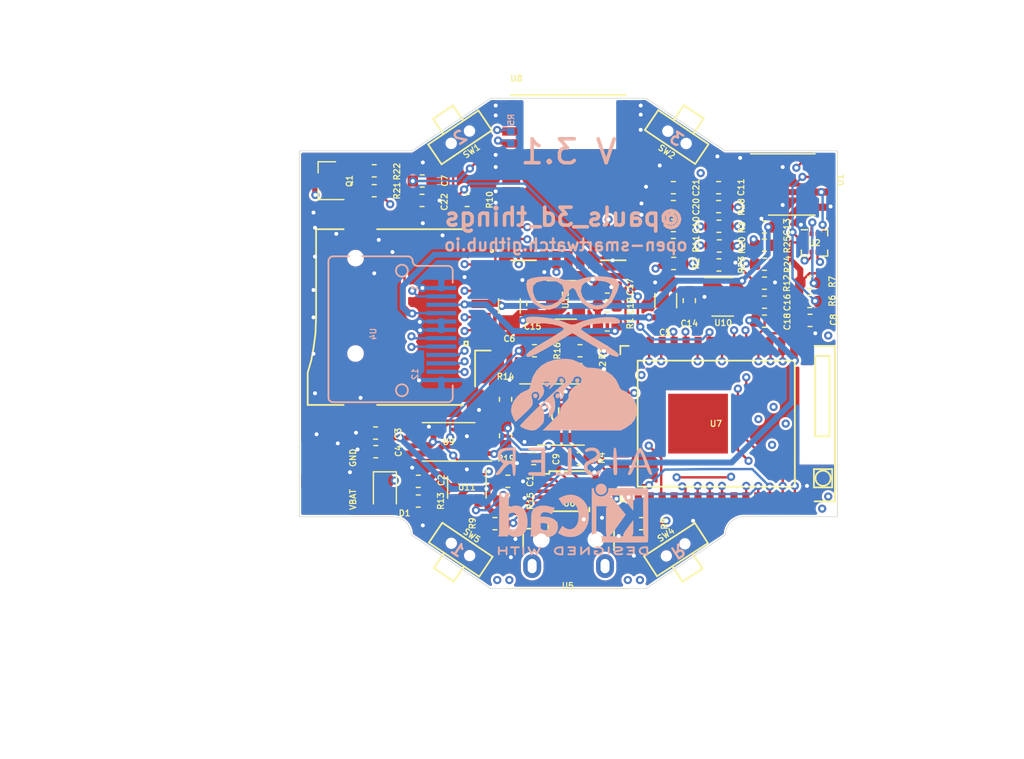
<source format=kicad_pcb>
(kicad_pcb (version 20171130) (host pcbnew "(5.1.9-0-10_14)")
  (title_block (title Open-Smartwatch-GPS) (date 2021-02-18) (rev 3.1))
  (layers (0 F.Cu power) (1 In1.Cu signal) (2 In2.Cu signal) (31 B.Cu signal) (34 B.Paste user) (35 F.Paste user) (36 B.SilkS user) (37 F.SilkS user) (38 B.Mask user) (39 F.Mask user) (44 Edge.Cuts user))
  (net 0 "")
  (net 1 /EN)
  (net 2 +3V3)
  (net 3 /FLASH)
  (net 4 GND)
  (net 5 /VBUS)
  (net 6 /VBAT)
  (net 7 "Net-(D1-Pad2)")
  (net 8 "Net-(D1-Pad1)")
  (net 9 /LEDK)
  (net 10 "Net-(R5-Pad1)")
  (net 11 /TX)
  (net 12 /BTN2)
  (net 13 /BTN3)
  (net 14 /RX)
  (net 15 /SCL)
  (net 16 /SDA)
  (net 17 /PIN_LED)
  (net 18 /STAT_PWR)
  (net 19 /MOSI)
  (net 20 /MISO)
  (net 21 /IO34)
  (net 22 /IO35)
  (net 23 "Net-(R1-Pad2)")
  (net 24 "Net-(R4-Pad1)")
  (net 25 "Net-(R14-Pad1)")
  (net 26 "Net-(R15-Pad1)")
  (net 27 /B_MON)
  (net 28 /RTC_INT)
  (net 29 /TFT_DC)
  (net 30 /TFT_CS)
  (net 31 /TFT_RST)
  (net 32 /SD_CS)
  (net 33 /ANT)
  (net 34 "Net-(U1-Pad4)")
  (net 35 "Net-(U1-Pad1)")
  (net 36 "Net-(U2-Pad4)")
  (net 37 "Net-(U2-Pad11)")
  (net 38 "Net-(U5-Pad2)")
  (net 39 "Net-(U6-Pad4)")
  (net 40 "Net-(U6-Pad5)")
  (net 41 "Net-(U6-Pad6)")
  (net 42 "Net-(U7-Pad32)")
  (net 43 "Net-(U7-Pad27)")
  (net 44 "Net-(U8-Pad29)")
  (net 45 "Net-(U8-Pad30)")
  (net 46 "Net-(U8-Pad23)")
  (net 47 "Net-(U8-Pad20)")
  (net 48 "Net-(U8-Pad1)")
  (net 49 "Net-(U8-Pad6)")
  (net 50 "Net-(U8-Pad3)")
  (net 51 "Net-(U8-Pad7)")
  (net 52 "Net-(XS1-Pad9)")
  (net 53 "Net-(XS1-Pad8)")
  (net 54 "Net-(XS1-Pad1)")
  (net 55 /SCK)
  (net 56 /VCC)
  (net 57 /3V3_2)
  (net 58 "Net-(Q1-Pad1)")
  (net 59 /GPS_RX3V3)
  (net 60 /GPS_RX2V8)
  (net 61 /GPS_TX3V3)
  (net 62 /GPS_TX2V8)
  (net 63 "Net-(U10-Pad4)")
  (net 64 "Net-(U13-Pad4)")
  (net 65 /GPS_FON3V3)
  (net 66 /GPS_FON2V8)
  (net 67 /GEO_F3V3)
  (net 68 /GEO_F2V8)
  (net 69 /3DFIX_3V3)
  (net 70 /3DFIX_2V8)
  (net 71 /D_P)
  (net 72 /D_N)
  (net 73 /GPIO10)
  (net 74 /SD2)
  (net 75 /CLK)
  (net 76 /SD1)
  (net 77 /SD3)
  (net 78 /SD0)
  (module open-Smartwatch:ttgo-32-micro (layer F.Cu) (at 172.847 116.713 270)
    (fp_text reference U7 (at 0 0.5 180) (layer F.SilkS) (effects (font (size 0.5 0.5) (thickness 0.1))))
    (fp_text value ttgo-32-micro)
    (pad 23 smd rect (at 3.556 8.5) (size 1.524 0.6) (layers F.Cu F.Paste F.Mask) (net 18 /STAT_PWR))
    (pad 22 smd rect (at 2.54 8.5) (size 1.524 0.6) (layers F.Cu F.Paste F.Mask) (net 76 /SD1))
    (pad 21 smd rect (at 1.524 8.5) (size 1.524 0.6) (layers F.Cu F.Paste F.Mask) (net 77 /SD3))
    (pad 20 smd rect (at 0.508 8.5) (size 1.524 0.6) (layers F.Cu F.Paste F.Mask) (net 75 /CLK))
    (pad 19 smd rect (at -0.508 8.5) (size 1.524 0.6) (layers F.Cu F.Paste F.Mask) (net 74 /SD2))
    (pad 18 smd rect (at -1.524 8.5) (size 1.524 0.6) (layers F.Cu F.Paste F.Mask) (net 73 /GPIO10))
    (pad 17 smd rect (at -2.54 8.5) (size 1.524 0.6) (layers F.Cu F.Paste F.Mask) (net 17 /PIN_LED))
    (pad 16 smd rect (at -3.556 8.5) (size 1.524 0.6) (layers F.Cu F.Paste F.Mask) (net 13 /BTN3))
    (pad 32 smd rect (at 6.5 -1 270) (size 1.524 0.6) (layers F.Cu F.Paste F.Mask) (net 42 "Net-(U7-Pad32)"))
    (pad 38 smd rect (at 6.5 -7 270) (size 1.524 0.6) (layers F.Cu F.Paste F.Mask) (net 4 GND))
    (pad 29 smd rect (at 6.5 2 270) (size 1.524 0.6) (layers F.Cu F.Paste F.Mask) (net 30 /TFT_CS))
    (pad 30 smd rect (at 6.5 1 270) (size 1.524 0.6) (layers F.Cu F.Paste F.Mask) (net 55 /SCK))
    (pad 37 smd rect (at 6.5 -6 270) (size 1.524 0.6) (layers F.Cu F.Paste F.Mask) (net 19 /MOSI))
    (pad 36 smd rect (at 6.5 -5 270) (size 1.524 0.6) (layers F.Cu F.Paste F.Mask) (net 15 /SCL))
    (pad 35 smd rect (at 6.5 -4 270) (size 1.524 0.6) (layers F.Cu F.Paste F.Mask) (net 11 /TX))
    (pad 34 smd rect (at 6.5 -3 270) (size 1.524 0.6) (layers F.Cu F.Paste F.Mask) (net 14 /RX))
    (pad 24 smd rect (at 6.5 7 270) (size 1.524 0.6) (layers F.Cu F.Paste F.Mask) (net 31 /TFT_RST))
    (pad 25 smd rect (at 6.5 6 270) (size 1.524 0.6) (layers F.Cu F.Paste F.Mask) (net 3 /FLASH))
    (pad 31 smd rect (at 6.5 0 270) (size 1.524 0.6) (layers F.Cu F.Paste F.Mask) (net 20 /MISO))
    (pad 27 smd rect (at 6.5 4 270) (size 1.524 0.6) (layers F.Cu F.Paste F.Mask) (net 43 "Net-(U7-Pad27)"))
    (pad 33 smd rect (at 6.5 -2 270) (size 1.524 0.6) (layers F.Cu F.Paste F.Mask) (net 16 /SDA))
    (pad 28 smd rect (at 6.5 3 270) (size 1.524 0.6) (layers F.Cu F.Paste F.Mask) (net 78 /SD0))
    (pad 26 smd rect (at 6.5 5 270) (size 1.524 0.6) (layers F.Cu F.Paste F.Mask) (net 32 /SD_CS))
    (pad 1 smd rect (at -6.5 -7 270) (size 1.524 0.6) (layers F.Cu F.Paste F.Mask) (net 4 GND))
    (pad 2 smd rect (at -6.5 -6 270) (size 1.524 0.6) (layers F.Cu F.Paste F.Mask) (net 2 +3V3))
    (pad 3 smd rect (at -6.5 -5 270) (size 1.524 0.6) (layers F.Cu F.Paste F.Mask) (net 1 /EN))
    (pad 4 smd rect (at -6.5 -4 270) (size 1.524 0.6) (layers F.Cu F.Paste F.Mask) (net 69 /3DFIX_3V3))
    (pad 5 smd rect (at -6.5 -3 270) (size 1.524 0.6) (layers F.Cu F.Paste F.Mask) (net 67 /GEO_F3V3))
    (pad 6 smd rect (at -6.5 -2 270) (size 1.524 0.6) (layers F.Cu F.Paste F.Mask) (net 21 /IO34))
    (pad 7 smd rect (at -6.5 -1 270) (size 1.524 0.6) (layers F.Cu F.Paste F.Mask) (net 22 /IO35))
    (pad 8 smd rect (at -6.5 0 270) (size 1.524 0.6) (layers F.Cu F.Paste F.Mask) (net 28 /RTC_INT))
    (pad 9 smd rect (at -6.5 1 270) (size 1.524 0.6) (layers F.Cu F.Paste F.Mask) (net 12 /BTN2))
    (pad 10 smd rect (at -6.5 2 270) (size 1.524 0.6) (layers F.Cu F.Paste F.Mask) (net 27 /B_MON))
    (pad 11 smd rect (at -6.5 3 270) (size 1.524 0.6) (layers F.Cu F.Paste F.Mask) (net 65 /GPS_FON3V3))
    (pad 12 smd rect (at -6.5 4 270) (size 1.524 0.6) (layers F.Cu F.Paste F.Mask) (net 61 /GPS_TX3V3))
    (pad 13 smd rect (at -6.5 5 270) (size 1.524 0.6) (layers F.Cu F.Paste F.Mask) (net 59 /GPS_RX3V3))
    (pad 14 smd rect (at -6.5 6 270) (size 1.524 0.6) (layers F.Cu F.Paste F.Mask) (net 29 /TFT_DC))
    (pad 15 smd rect (at -6.5 7 270) (size 1.524 0.6) (layers F.Cu F.Paste F.Mask) (net 4 GND))
    (pad EP smd rect (at 0 2 270) (size 5 5) (layers F.Cu F.Mask))
  )
  (module Symbol:KiCad-Logo2_5mm_SilkScreen (layer B.Cu) (at 160.401 124.714 180)
    (fp_text reference REF** hide)
    (fp_text value KiCad-Logo2_5mm_SilkScreen hide)
  )
  (module footprints:aisler_15x12mm (layer B.Cu) (at 160.274 116.332 180)
    (fp_text reference G*** hide)
    (fp_text value LOGO hide)
  )
  (module Connector_PinHeader_2.54mm:PinHeader_1x02_P2.54mm_Vertical (layer F.Cu) (at 139.7254 122.6312 180)
    (fp_text reference J1 hide)
    (fp_text value Conn_01x02 hide)
    (pad 2 smd rect (at 0 3.048 180) (size 3.4 1.7) (layers F.Cu F.Paste F.Mask) (net 4 GND))
    (pad 1 smd rect (at 0 -0.508 180) (size 3.4 1.7) (layers F.Cu F.Paste F.Mask) (net 6 /VBAT))
  )
  (module footprints:p3dt_tiny (layer B.Cu) (at 160.3375 107.7595 180)
    (fp_text reference G*** hide)
    (fp_text value LOGO hide)
  )
  (module Capacitor_SMD:C_0603_1608Metric (layer F.Cu) (at 160.9725 112.2045 180)
    (fp_text reference C12 (at -1.905 0 270) (layer F.SilkS) (effects (font (size 0.5 0.5) (thickness 0.1))))
    (fp_text value 0.1u hide)
    (pad 2 smd roundrect (at 0.7875 0 180) (size 0.875 0.95) (layers F.Cu F.Paste F.Mask) (net 4 GND))
    (pad 1 smd roundrect (at -0.7875 0 180) (size 0.875 0.95) (layers F.Cu F.Paste F.Mask) (net 2 +3V3))
  )
  (module Package_SO:SOP-8_3.9x4.9mm_P1.27mm (layer F.Cu) (at 159.385 115.951)
    (fp_text reference U3 (at 0 0) (layer F.SilkS))
    (fp_text value PSRAM64H hide)
    (pad 8 smd roundrect (at 2.625 -1.905) (size 1.65 0.6) (layers F.Cu F.Paste F.Mask) (net 2 +3V3))
    (pad 7 smd roundrect (at 2.625 -0.635) (size 1.65 0.6) (layers F.Cu F.Paste F.Mask) (net 74 /SD2))
    (pad 6 smd roundrect (at 2.625 0.635) (size 1.65 0.6) (layers F.Cu F.Paste F.Mask) (net 75 /CLK))
    (pad 5 smd roundrect (at 2.625 1.905) (size 1.65 0.6) (layers F.Cu F.Paste F.Mask) (net 76 /SD1))
    (pad 4 smd roundrect (at -2.625 1.905) (size 1.65 0.6) (layers F.Cu F.Paste F.Mask) (net 4 GND))
    (pad 3 smd roundrect (at -2.625 0.635) (size 1.65 0.6) (layers F.Cu F.Paste F.Mask) (net 77 /SD3))
    (pad 2 smd roundrect (at -2.625 -0.635) (size 1.65 0.6) (layers F.Cu F.Paste F.Mask) (net 78 /SD0))
    (pad 1 smd roundrect (at -2.625 -1.905) (size 1.65 0.6) (layers F.Cu F.Paste F.Mask) (net 73 /GPIO10))
  )
  (module Resistor_SMD:R_0603_1608Metric (layer F.Cu) (at 176.4029 101.794732)
    (fp_text reference R25 (at 1.905 -0.0635 90) (layer F.SilkS) (effects (font (size 0.5 0.5) (thickness 0.1))))
    (fp_text value 1k)
    (pad 2 smd roundrect (at 0.7875 0) (size 0.875 0.95) (layers F.Cu F.Paste F.Mask) (net 69 /3DFIX_3V3))
    (pad 1 smd roundrect (at -0.7875 0) (size 0.875 0.95) (layers F.Cu F.Paste F.Mask) (net 70 /3DFIX_2V8))
  )
  (module Resistor_SMD:R_0603_1608Metric (layer F.Cu) (at 176.4029 103.380115)
    (fp_text reference R24 (at 1.9305 0 90) (layer F.SilkS) (effects (font (size 0.5 0.5) (thickness 0.1))))
    (fp_text value 1k)
    (pad 2 smd roundrect (at 0.7875 0) (size 0.875 0.95) (layers F.Cu F.Paste F.Mask) (net 67 /GEO_F3V3))
    (pad 1 smd roundrect (at -0.7875 0) (size 0.875 0.95) (layers F.Cu F.Paste F.Mask) (net 68 /GEO_F2V8))
  )
  (module Resistor_SMD:R_0603_1608Metric (layer F.Cu) (at 172.593 103.4415 180)
    (fp_text reference R23 (at -1.89992 0.01524 90) (layer F.SilkS) (effects (font (size 0.5 0.5) (thickness 0.1))))
    (fp_text value 56k)
    (pad 2 smd roundrect (at 0.7875 0 180) (size 0.875 0.95) (layers F.Cu F.Paste F.Mask) (net 66 /GPS_FON2V8))
    (pad 1 smd roundrect (at -0.7875 0 180) (size 0.875 0.95) (layers F.Cu F.Paste F.Mask) (net 4 GND))
  )
  (module Resistor_SMD:R_0603_1608Metric (layer F.Cu) (at 172.6184 101.854)
    (fp_text reference R20 (at 1.905 -0.0635 90) (layer F.SilkS) (effects (font (size 0.5 0.5) (thickness 0.1))))
    (fp_text value 10k)
    (pad 2 smd roundrect (at 0.7875 0) (size 0.875 0.95) (layers F.Cu F.Paste F.Mask) (net 65 /GPS_FON3V3))
    (pad 1 smd roundrect (at -0.7875 0) (size 0.875 0.95) (layers F.Cu F.Paste F.Mask) (net 66 /GPS_FON2V8))
  )
  (module Resistor_SMD:R_0603_1608Metric (layer F.Cu) (at 172.593 100.203)
    (fp_text reference R3 (at 1.9304 0.1016 270) (layer F.SilkS) (effects (font (size 0.5 0.5) (thickness 0.1))))
    (fp_text value 1k)
    (pad 2 smd roundrect (at 0.7875 0) (size 0.875 0.95) (layers F.Cu F.Paste F.Mask) (net 61 /GPS_TX3V3))
    (pad 1 smd roundrect (at -0.7875 0) (size 0.875 0.95) (layers F.Cu F.Paste F.Mask) (net 62 /GPS_TX2V8))
  )
  (module open-Smartwatch:button_side_smd (layer F.Cu) (at 169.0624 92.7481 56)
    (fp_text reference SW2 (at -1.485834 -0.011679 326) (layer F.SilkS) (effects (font (size 0.5 0.5) (thickness 0.1))))
    (fp_text value SW_Push)
    (pad "" np_thru_hole circle (at 0 0.9525 146) (size 0.55 0.55) (drill 0.55) (layers *.Cu *.Mask))
    (pad "" np_thru_hole circle (at 0 -0.889 56) (size 0.55 0.55) (drill 0.55) (layers *.Cu *.Mask))
    (pad 1 smd rect (at -1.4605 -1.675 56) (size 1.2 0.5) (layers F.Cu F.Paste F.Mask) (net 13 /BTN3))
    (pad 2 smd rect (at -1.4605 1.675 56) (size 1.2 0.5) (layers F.Cu F.Paste F.Mask) (net 2 +3V3))
    (pad "" smd rect (at 0.381 -2.286 56) (size 1.2 1.2) (layers F.Cu F.Paste F.Mask))
    (pad "" smd rect (at 0.381 2.286 56) (size 1.2 1.2) (layers F.Cu F.Paste F.Mask))
  )
  (module open-Smartwatch:button_side_smd (layer F.Cu) (at 150.9395 92.7735 124)
    (fp_text reference SW1 (at -1.489865 0.169447 214) (layer F.SilkS) (effects (font (size 0.5 0.5) (thickness 0.1))))
    (fp_text value SW_Push)
    (pad "" np_thru_hole circle (at 0 0.9525 214) (size 0.55 0.55) (drill 0.55) (layers *.Cu *.Mask))
    (pad "" np_thru_hole circle (at 0 -0.889 124) (size 0.55 0.55) (drill 0.55) (layers *.Cu *.Mask))
    (pad 1 smd rect (at -1.4605 -1.675 124) (size 1.2 0.5) (layers F.Cu F.Paste F.Mask) (net 12 /BTN2))
    (pad 2 smd rect (at -1.4605 1.675 124) (size 1.2 0.5) (layers F.Cu F.Paste F.Mask) (net 2 +3V3))
    (pad "" smd rect (at 0.381 -2.286 124) (size 1.2 1.2) (layers F.Cu F.Paste F.Mask))
    (pad "" smd rect (at 0.381 2.286 124) (size 1.2 1.2) (layers F.Cu F.Paste F.Mask))
  )
  (module open-Smartwatch:button_side_smd (layer F.Cu) (at 151.003 127.254 236)
    (fp_text reference SW5 (at -1.488168 -0.106091 326) (layer F.SilkS) (effects (font (size 0.5 0.5) (thickness 0.1))))
    (fp_text value SW_Push)
    (pad "" np_thru_hole circle (at 0 0.9525 326) (size 0.55 0.55) (drill 0.55) (layers *.Cu *.Mask))
    (pad "" np_thru_hole circle (at 0 -0.889 236) (size 0.55 0.55) (drill 0.55) (layers *.Cu *.Mask))
    (pad 1 smd rect (at -1.4605 -1.675 236) (size 1.2 0.5) (layers F.Cu F.Paste F.Mask) (net 4 GND))
    (pad 2 smd rect (at -1.4605 1.675 236) (size 1.2 0.5) (layers F.Cu F.Paste F.Mask) (net 3 /FLASH))
    (pad "" smd rect (at 0.381 -2.286 236) (size 1.2 1.2) (layers F.Cu F.Paste F.Mask))
    (pad "" smd rect (at 0.381 2.286 236) (size 1.2 1.2) (layers F.Cu F.Paste F.Mask))
  )
  (module open-Smartwatch:button_side_smd (layer F.Cu) (at 168.9989 127.254 303)
    (fp_text reference SW4 (at -1.500326 0.025116 213) (layer F.SilkS) (effects (font (size 0.5 0.5) (thickness 0.1))))
    (fp_text value SW_Push)
    (pad "" np_thru_hole circle (at 0 0.9525 33) (size 0.55 0.55) (drill 0.55) (layers *.Cu *.Mask))
    (pad "" np_thru_hole circle (at 0 -0.889 303) (size 0.55 0.55) (drill 0.55) (layers *.Cu *.Mask))
    (pad 1 smd rect (at -1.4605 -1.675 303) (size 1.2 0.5) (layers F.Cu F.Paste F.Mask) (net 4 GND))
    (pad 2 smd rect (at -1.4605 1.675 303) (size 1.2 0.5) (layers F.Cu F.Paste F.Mask) (net 1 /EN))
    (pad "" smd rect (at 0.381 -2.286 303) (size 1.2 1.2) (layers F.Cu F.Paste F.Mask))
    (pad "" smd rect (at 0.381 2.286 303) (size 1.2 1.2) (layers F.Cu F.Paste F.Mask))
  )
  (module open-Smartwatch:Quectel_L96 (layer F.Cu) (at 160 96.25)
    (fp_text reference U8 (at -4.35 -8.4) (layer F.SilkS) (effects (font (size 0.5 0.5) (thickness 0.1))))
    (fp_text value Quectel_L96 hide)
    (pad 29 smd rect (at 0 6.75 90) (size 1.5 0.7) (layers F.Cu F.Paste F.Mask) (net 44 "Net-(U8-Pad29)"))
    (pad 30 smd rect (at 1 6.75 90) (size 1.5 0.7) (layers F.Cu F.Paste F.Mask) (net 45 "Net-(U8-Pad30)"))
    (pad 31 smd rect (at 2 6.75 90) (size 1.5 0.7) (layers F.Cu F.Paste F.Mask) (net 4 GND))
    (pad 28 smd rect (at -1 6.75 90) (size 1.5 0.7) (layers F.Cu F.Paste F.Mask) (net 66 /GPS_FON2V8))
    (pad 27 smd rect (at -2 6.75 90) (size 1.5 0.7) (layers F.Cu F.Paste F.Mask) (net 4 GND))
    (pad 26 smd rect (at -4.78 6.025 180) (size 1.5 0.7) (layers F.Cu F.Paste F.Mask) (net 60 /GPS_RX2V8))
    (pad 25 smd rect (at -4.78 5.025 180) (size 1.5 0.7) (layers F.Cu F.Paste F.Mask) (net 62 /GPS_TX2V8))
    (pad 24 smd rect (at -4.78 4.025 180) (size 1.5 0.7) (layers F.Cu F.Paste F.Mask) (net 68 /GEO_F2V8))
    (pad 23 smd rect (at -4.78 3.025 180) (size 1.5 0.7) (layers F.Cu F.Paste F.Mask) (net 46 "Net-(U8-Pad23)"))
    (pad 22 smd rect (at -4.78 2.025 180) (size 1.5 0.7) (layers F.Cu F.Paste F.Mask) (net 4 GND))
    (pad 21 smd rect (at -4.78 1.025 180) (size 1.5 0.7) (layers F.Cu F.Paste F.Mask) (net 4 GND))
    (pad 20 smd rect (at -4.78 0.025 180) (size 1.5 0.7) (layers F.Cu F.Paste F.Mask) (net 47 "Net-(U8-Pad20)"))
    (pad 19 smd rect (at -4.78 -0.975 180) (size 1.5 0.7) (layers F.Cu F.Paste F.Mask) (net 4 GND))
    (pad 18 smd rect (at -4.78 -1.975 180) (size 1.5 0.7) (layers F.Cu F.Paste F.Mask) (net 4 GND))
    (pad 17 smd rect (at -4.78 -2.975 180) (size 1.5 0.7) (layers F.Cu F.Paste F.Mask) (net 33 /ANT))
    (pad 16 smd rect (at -4.78 -3.975 180) (size 1.5 0.7) (layers F.Cu F.Paste F.Mask) (net 10 "Net-(R5-Pad1)"))
    (pad 15 smd rect (at -4.78 -4.975 180) (size 1.5 0.7) (layers F.Cu F.Paste F.Mask) (net 4 GND))
    (pad 14 smd rect (at -4.78 -6.125 180) (size 1.5 0.7) (layers F.Cu F.Paste F.Mask) (net 4 GND))
    (pad 13 smd rect (at 4.78 -6.125 180) (size 1.5 0.7) (layers F.Cu F.Paste F.Mask) (net 4 GND))
    (pad 10 smd rect (at 4.78 -2.975 180) (size 1.5 0.7) (layers F.Cu F.Paste F.Mask) (net 4 GND))
    (pad 1 smd rect (at 4.78 6.025 180) (size 1.5 0.7) (layers F.Cu F.Paste F.Mask) (net 48 "Net-(U8-Pad1)"))
    (pad 12 smd rect (at 4.78 -4.975 180) (size 1.5 0.7) (layers F.Cu F.Paste F.Mask) (net 4 GND))
    (pad 5 smd rect (at 4.78 2.025 180) (size 1.5 0.7) (layers F.Cu F.Paste F.Mask) (net 4 GND))
    (pad 11 smd rect (at 4.78 -3.975 180) (size 1.5 0.7) (layers F.Cu F.Paste F.Mask) (net 4 GND))
    (pad 6 smd rect (at 4.78 1.025 180) (size 1.5 0.7) (layers F.Cu F.Paste F.Mask) (net 49 "Net-(U8-Pad6)"))
    (pad 9 smd rect (at 4.78 -1.975 180) (size 1.5 0.7) (layers F.Cu F.Paste F.Mask) (net 57 /3V3_2))
    (pad 8 smd rect (at 4.78 -0.975 180) (size 1.5 0.7) (layers F.Cu F.Paste F.Mask) (net 57 /3V3_2))
    (pad 3 smd rect (at 4.78 4.025 180) (size 1.5 0.7) (layers F.Cu F.Paste F.Mask) (net 50 "Net-(U8-Pad3)"))
    (pad 7 smd rect (at 4.78 0.025 180) (size 1.5 0.7) (layers F.Cu F.Paste F.Mask) (net 51 "Net-(U8-Pad7)"))
    (pad 2 smd rect (at 4.78 5.025 180) (size 1.5 0.7) (layers F.Cu F.Paste F.Mask) (net 70 /3DFIX_2V8))
    (pad 4 smd rect (at 4.78 3.025 180) (size 1.5 0.7) (layers F.Cu F.Paste F.Mask) (net 4 GND))
  )
  (module Resistor_SMD:R_0603_1608Metric (layer F.Cu) (at 172.5676 98.562583 180)
    (fp_text reference R18 (at -1.905 -0.031 90) (layer F.SilkS) (effects (font (size 0.5 0.5) (thickness 0.1))))
    (fp_text value 2.2K)
    (pad 2 smd roundrect (at 0.7875 0 180) (size 0.875 0.95) (layers F.Cu F.Paste F.Mask) (net 2 +3V3))
    (pad 1 smd roundrect (at -0.7875 0 180) (size 0.875 0.95) (layers F.Cu F.Paste F.Mask) (net 28 /RTC_INT))
  )
  (module Capacitor_SMD:C_0603_1608Metric (layer F.Cu) (at 172.5676 96.9772 180)
    (fp_text reference C11 (at -1.8796 0.032 90) (layer F.SilkS) (effects (font (size 0.5 0.5) (thickness 0.1))))
    (fp_text value 0.1u)
    (pad 2 smd roundrect (at 0.7875 0 180) (size 0.875 0.95) (layers F.Cu F.Paste F.Mask) (net 4 GND))
    (pad 1 smd roundrect (at -0.7875 0 180) (size 0.875 0.95) (layers F.Cu F.Paste F.Mask) (net 2 +3V3))
  )
  (module Capacitor_SMD:C_0603_1608Metric (layer F.Cu) (at 168.7829 96.9772)
    (fp_text reference C21 (at 1.9051 0 90) (layer F.SilkS) (effects (font (size 0.5 0.5) (thickness 0.1))))
    (fp_text value 10p)
    (pad 2 smd roundrect (at 0.7875 0) (size 0.875 0.95) (layers F.Cu F.Paste F.Mask) (net 4 GND))
    (pad 1 smd roundrect (at -0.7875 0) (size 0.875 0.95) (layers F.Cu F.Paste F.Mask) (net 57 /3V3_2))
  )
  (module Capacitor_SMD:C_0603_1608Metric (layer F.Cu) (at 147.7645 98.044)
    (fp_text reference C22 (at 1.867 0.127 90) (layer F.SilkS) (effects (font (size 0.5 0.5) (thickness 0.1))))
    (fp_text value 0.1u)
    (pad 2 smd roundrect (at 0.7875 0) (size 0.875 0.95) (layers F.Cu F.Paste F.Mask) (net 4 GND))
    (pad 1 smd roundrect (at -0.7875 0) (size 0.875 0.95) (layers F.Cu F.Paste F.Mask) (net 57 /3V3_2))
  )
  (module Capacitor_SMD:C_0603_1608Metric (layer F.Cu) (at 168.7829 98.562583)
    (fp_text reference C20 (at 1.9051 0 90) (layer F.SilkS) (effects (font (size 0.5 0.5) (thickness 0.1))))
    (fp_text value 100p)
    (pad 2 smd roundrect (at 0.7875 0) (size 0.875 0.95) (layers F.Cu F.Paste F.Mask) (net 4 GND))
    (pad 1 smd roundrect (at -0.7875 0) (size 0.875 0.95) (layers F.Cu F.Paste F.Mask) (net 57 /3V3_2))
  )
  (module open-Smartwatch:Conn_uSDcard (layer F.Cu) (at 142.2 107.8 270)
    (fp_text reference XS1)
    (fp_text value SD_ebay-uSD-push_push_SMD)
    (pad 6 smd rect (at 7.75 -0.4 270) (size 1.2 2.2) (layers F.Cu F.Paste F.Mask) (net 4 GND))
    (pad 6 smd rect (at -7.75 -0.4 270) (size 1.2 2.2) (layers F.Cu F.Paste F.Mask) (net 4 GND))
    (pad 6 smd rect (at 6.85 -10 270) (size 1.6 1.4) (layers F.Cu F.Paste F.Mask) (net 4 GND))
    (pad 6 smd rect (at -7.75 -10 270) (size 1.2 1.4) (layers F.Cu F.Paste F.Mask) (net 4 GND))
    (pad 9 smd rect (at -6.6 -10.5 270) (size 0.7 1.6) (layers F.Cu F.Paste F.Mask) (net 52 "Net-(XS1-Pad9)"))
    (pad 7 smd rect (at -4.4 -10.5 270) (size 0.7 1.6) (layers F.Cu F.Paste F.Mask) (net 20 /MISO))
    (pad 8 smd rect (at -5.5 -10.5 270) (size 0.7 1.6) (layers F.Cu F.Paste F.Mask) (net 53 "Net-(XS1-Pad8)"))
    (pad 6 smd rect (at -3.3 -10.5 270) (size 0.7 1.6) (layers F.Cu F.Paste F.Mask) (net 4 GND))
    (pad 5 smd rect (at -2.2 -10.5 270) (size 0.7 1.6) (layers F.Cu F.Paste F.Mask) (net 55 /SCK))
    (pad 4 smd rect (at -1.1 -10.5 270) (size 0.7 1.6) (layers F.Cu F.Paste F.Mask) (net 2 +3V3))
    (pad 1 smd rect (at 2.2 -10.5 270) (size 0.7 1.6) (layers F.Cu F.Paste F.Mask) (net 54 "Net-(XS1-Pad1)"))
    (pad 2 smd rect (at 1.1 -10.5 270) (size 0.7 1.6) (layers F.Cu F.Paste F.Mask) (net 32 /SD_CS))
    (pad "" np_thru_hole circle (at 3.05 0 270) (size 1 1) (drill 1) (layers *.Cu))
    (pad "" np_thru_hole circle (at -4.93 0 270) (size 1 1) (drill 1) (layers *.Cu))
    (pad 3 smd rect (at 0 -10.5 270) (size 0.7 1.6) (layers F.Cu F.Paste F.Mask) (net 19 /MOSI))
  )
  (module open-Smartwatch:GC9A01_IPS_display (layer B.Cu) (at 149.13 109.22 270)
    (fp_text reference U4 (at 0 5.45 90) (layer B.SilkS) (effects (font (size 0.5 0.5) (thickness 0.1)) (justify mirror)))
    (fp_text value GC9A01_IPS_display)
    (fp_text user 12 (at 3.35 1.95 90) (layer B.SilkS) (effects (font (size 0.5 0.5) (thickness 0.1)) (justify mirror)))
    (fp_text user 1 (at -3.85 2 90) (layer B.SilkS) (effects (font (size 0.5 0.5) (thickness 0.1)) (justify mirror)))
    (pad 6 smd rect (at -0.35 -0.25 270) (size 0.35 2.5) (layers B.Cu B.Paste B.Mask) (net 4 GND))
    (pad 5 smd rect (at -1.05 -0.25 270) (size 0.35 2.5) (layers B.Cu B.Paste B.Mask) (net 4 GND))
    (pad 4 smd rect (at -1.75 -0.25 270) (size 0.35 2.5) (layers B.Cu B.Paste B.Mask) (net 57 /3V3_2))
    (pad 3 smd rect (at -2.45 -0.25 270) (size 0.35 2.5) (layers B.Cu B.Paste B.Mask) (net 23 "Net-(R1-Pad2)"))
    (pad 2 smd rect (at -3.15 -0.25 270) (size 0.35 2.5) (layers B.Cu B.Paste B.Mask) (net 9 /LEDK))
    (pad 1 smd rect (at -3.85 -0.25 270) (size 0.35 2.5) (layers B.Cu B.Paste B.Mask) (net 4 GND))
    (pad 7 smd rect (at 0.35 -0.25 270) (size 0.35 2.5) (layers B.Cu B.Paste B.Mask) (net 29 /TFT_DC))
    (pad 8 smd rect (at 1.05 -0.25 270) (size 0.35 2.5) (layers B.Cu B.Paste B.Mask) (net 30 /TFT_CS))
    (pad 9 smd rect (at 1.75 -0.25 270) (size 0.35 2.5) (layers B.Cu B.Paste B.Mask) (net 55 /SCK))
    (pad 10 smd rect (at 2.45 -0.25 270) (size 0.35 2.5) (layers B.Cu B.Paste B.Mask) (net 19 /MOSI))
    (pad 11 smd rect (at 3.15 -0.25 270) (size 0.35 2.5) (layers B.Cu B.Paste B.Mask) (net 31 /TFT_RST))
    (pad 12 smd rect (at 3.85 -0.25 270) (size 0.35 2.5) (layers B.Cu B.Paste B.Mask) (net 4 GND))
  )
  (module Resistor_SMD:R_0402_1005Metric (layer B.Cu) (at 155.194 92.7735 270)
    (fp_text reference R5 (at -1.4756 -0.0254 270) (layer B.SilkS) (effects (font (size 0.5 0.5) (thickness 0.1)) (justify mirror)))
    (fp_text value 0R)
    (pad 2 smd roundrect (at 0.485 0 270) (size 0.59 0.64) (layers B.Cu B.Paste B.Mask) (net 33 /ANT))
    (pad 1 smd roundrect (at -0.485 0 270) (size 0.59 0.64) (layers B.Cu B.Paste B.Mask) (net 10 "Net-(R5-Pad1)"))
  )
  (module Package_TO_SOT_SMD:SOT-23-5 (layer F.Cu) (at 159.766 106.3625)
    (fp_text reference U13 (at 0 0 90) (layer F.SilkS) (effects (font (size 0.5 0.5) (thickness 0.1))))
    (fp_text value XC6209 hide)
    (pad 5 smd rect (at 1.1 -0.95) (size 1.06 0.65) (layers F.Cu F.Paste F.Mask) (net 57 /3V3_2))
    (pad 4 smd rect (at 1.1 0.95) (size 1.06 0.65) (layers F.Cu F.Paste F.Mask) (net 64 "Net-(U13-Pad4)"))
    (pad 3 smd rect (at -1.1 0.95) (size 1.06 0.65) (layers F.Cu F.Paste F.Mask) (net 56 /VCC))
    (pad 2 smd rect (at -1.1 0) (size 1.06 0.65) (layers F.Cu F.Paste F.Mask) (net 4 GND))
    (pad 1 smd rect (at -1.1 -0.95) (size 1.06 0.65) (layers F.Cu F.Paste F.Mask) (net 56 /VCC))
  )
  (module Package_TO_SOT_SMD:SOT-23-5 (layer F.Cu) (at 172.9105 106.1085)
    (fp_text reference U10 (at 0.0381 2.1743 180) (layer F.SilkS) (effects (font (size 0.5 0.5) (thickness 0.1))))
    (fp_text value XC6209 hide)
    (pad 5 smd rect (at 1.1 -0.95) (size 1.06 0.65) (layers F.Cu F.Paste F.Mask) (net 2 +3V3))
    (pad 4 smd rect (at 1.1 0.95) (size 1.06 0.65) (layers F.Cu F.Paste F.Mask) (net 63 "Net-(U10-Pad4)"))
    (pad 3 smd rect (at -1.1 0.95) (size 1.06 0.65) (layers F.Cu F.Paste F.Mask) (net 56 /VCC))
    (pad 2 smd rect (at -1.1 0) (size 1.06 0.65) (layers F.Cu F.Paste F.Mask) (net 4 GND))
    (pad 1 smd rect (at -1.1 -0.95) (size 1.06 0.65) (layers F.Cu F.Paste F.Mask) (net 56 /VCC))
  )
  (module Resistor_SMD:R_0603_1608Metric (layer F.Cu) (at 143.764 95.5675)
    (fp_text reference R22 (at 1.905 0.0635 90) (layer F.SilkS) (effects (font (size 0.5 0.5) (thickness 0.1))))
    (fp_text value 1M)
    (pad 2 smd roundrect (at 0.7875 0) (size 0.875 0.95) (layers F.Cu F.Paste F.Mask) (net 58 "Net-(Q1-Pad1)"))
    (pad 1 smd roundrect (at -0.7875 0) (size 0.875 0.95) (layers F.Cu F.Paste F.Mask) (net 4 GND))
  )
  (module Resistor_SMD:R_0603_1608Metric (layer F.Cu) (at 143.764 97.2312)
    (fp_text reference R21 (at 1.905 0 90) (layer F.SilkS) (effects (font (size 0.5 0.5) (thickness 0.1))))
    (fp_text value 10k)
    (pad 2 smd roundrect (at 0.7875 0) (size 0.875 0.95) (layers F.Cu F.Paste F.Mask) (net 17 /PIN_LED))
    (pad 1 smd roundrect (at -0.7875 0) (size 0.875 0.95) (layers F.Cu F.Paste F.Mask) (net 58 "Net-(Q1-Pad1)"))
  )
  (module Resistor_SMD:R_0603_1608Metric (layer F.Cu) (at 176.403 104.9655 180)
    (fp_text reference R12 (at -1.872 0 90) (layer F.SilkS) (effects (font (size 0.5 0.5) (thickness 0.1))))
    (fp_text value 5.6k)
    (pad 2 smd roundrect (at 0.7875 0 180) (size 0.875 0.95) (layers F.Cu F.Paste F.Mask) (net 60 /GPS_RX2V8))
    (pad 1 smd roundrect (at -0.7875 0 180) (size 0.875 0.95) (layers F.Cu F.Paste F.Mask) (net 4 GND))
  )
  (module Resistor_SMD:R_0603_1608Metric (layer F.Cu) (at 168.8084 103.318732)
    (fp_text reference R2 (at 1.8796 0 90) (layer F.SilkS) (effects (font (size 0.5 0.5) (thickness 0.1))))
    (fp_text value 1k)
    (pad 2 smd roundrect (at 0.7875 0) (size 0.875 0.95) (layers F.Cu F.Paste F.Mask) (net 59 /GPS_RX3V3))
    (pad 1 smd roundrect (at -0.7875 0) (size 0.875 0.95) (layers F.Cu F.Paste F.Mask) (net 60 /GPS_RX2V8))
  )
  (module Capacitor_SMD:C_0603_1608Metric (layer F.Cu) (at 163.2585 106.8705)
    (fp_text reference C19 (at 1.9305 0 90) (layer F.SilkS) (effects (font (size 0.5 0.5) (thickness 0.1))))
    (fp_text value 0.1u)
    (pad 2 smd roundrect (at 0.7875 0) (size 0.875 0.95) (layers F.Cu F.Paste F.Mask) (net 4 GND))
    (pad 1 smd roundrect (at -0.7875 0) (size 0.875 0.95) (layers F.Cu F.Paste F.Mask) (net 57 /3V3_2))
  )
  (module Capacitor_SMD:C_0603_1608Metric (layer F.Cu) (at 176.403 108.1405)
    (fp_text reference C18 (at 1.9051 0.0381 90) (layer F.SilkS) (effects (font (size 0.5 0.5) (thickness 0.1))))
    (fp_text value 0.1u)
    (pad 2 smd roundrect (at 0.7875 0) (size 0.875 0.95) (layers F.Cu F.Paste F.Mask) (net 4 GND))
    (pad 1 smd roundrect (at -0.7875 0) (size 0.875 0.95) (layers F.Cu F.Paste F.Mask) (net 2 +3V3))
  )
  (module Capacitor_SMD:C_0603_1608Metric (layer F.Cu) (at 163.2585 105.283)
    (fp_text reference C17 (at 1.905 0 90) (layer F.SilkS) (effects (font (size 0.5 0.5) (thickness 0.1))))
    (fp_text value 4.7u)
    (pad 2 smd roundrect (at 0.7875 0) (size 0.875 0.95) (layers F.Cu F.Paste F.Mask) (net 4 GND))
    (pad 1 smd roundrect (at -0.7875 0) (size 0.875 0.95) (layers F.Cu F.Paste F.Mask) (net 57 /3V3_2))
  )
  (module Capacitor_SMD:C_0603_1608Metric (layer F.Cu) (at 176.403 106.553)
    (fp_text reference C16 (at 1.9051 0.0254 90) (layer F.SilkS) (effects (font (size 0.5 0.5) (thickness 0.1))))
    (fp_text value 4.7u)
    (pad 2 smd roundrect (at 0.7875 0) (size 0.875 0.95) (layers F.Cu F.Paste F.Mask) (net 4 GND))
    (pad 1 smd roundrect (at -0.7875 0) (size 0.875 0.95) (layers F.Cu F.Paste F.Mask) (net 2 +3V3))
  )
  (module Capacitor_SMD:C_0603_1608Metric (layer F.Cu) (at 157.0355 106.68 90)
    (fp_text reference C15 (at -1.905 -0.0254) (layer F.SilkS) (effects (font (size 0.5 0.5) (thickness 0.1))))
    (fp_text value 0.1u)
    (pad 2 smd roundrect (at 0.7875 0 90) (size 0.875 0.95) (layers F.Cu F.Paste F.Mask) (net 4 GND))
    (pad 1 smd roundrect (at -0.7875 0 90) (size 0.875 0.95) (layers F.Cu F.Paste F.Mask) (net 56 /VCC))
  )
  (module Capacitor_SMD:C_0603_1608Metric (layer F.Cu) (at 170.1165 106.426 90)
    (fp_text reference C14 (at -1.905 0) (layer F.SilkS) (effects (font (size 0.5 0.5) (thickness 0.1))))
    (fp_text value 0.1u)
    (pad 2 smd roundrect (at 0.7875 0 90) (size 0.875 0.95) (layers F.Cu F.Paste F.Mask) (net 4 GND))
    (pad 1 smd roundrect (at -0.7875 0 90) (size 0.875 0.95) (layers F.Cu F.Paste F.Mask) (net 56 /VCC))
  )
  (module Capacitor_SMD:C_1206_3216Metric (layer F.Cu) (at 155.067 106.8705 90)
    (fp_text reference C6 (at -2.7432 0 180) (layer F.SilkS) (effects (font (size 0.5 0.5) (thickness 0.1))))
    (fp_text value 100u)
    (pad 2 smd roundrect (at 1.4 0 90) (size 1.25 1.75) (layers F.Cu F.Paste F.Mask) (roundrect_rratio 0.2) (net 4 GND))
    (pad 1 smd roundrect (at -1.4 0 90) (size 1.25 1.75) (layers F.Cu F.Paste F.Mask) (roundrect_rratio 0.2) (net 56 /VCC))
  )
  (module Capacitor_SMD:C_1206_3216Metric (layer F.Cu) (at 168.148 106.426 90)
    (fp_text reference C5 (at -2.667 -0.0635) (layer F.SilkS) (effects (font (size 0.5 0.5) (thickness 0.1))))
    (fp_text value 100u)
    (pad 2 smd roundrect (at 1.4 0 90) (size 1.25 1.75) (layers F.Cu F.Paste F.Mask) (roundrect_rratio 0.2) (net 4 GND))
    (pad 1 smd roundrect (at -1.4 0 90) (size 1.25 1.75) (layers F.Cu F.Paste F.Mask) (roundrect_rratio 0.2) (net 56 /VCC))
  )
  (module open-Smartwatch:LGA-12_2x2mm_P0.5mm (layer F.Cu) (at 180.594 101.6)
    (fp_text reference U2 (at 0 0) (layer F.SilkS) (effects (font (size 0.5 0.5) (thickness 0.1))))
    (fp_text value BMA400)
    (pad 2 smd rect (at -0.7625 -0.25) (size 0.375 0.35) (layers F.Cu F.Paste F.Mask) (net 16 /SDA) (clearance 0.05))
    (pad 3 smd rect (at -0.7625 0.25) (size 0.375 0.35) (layers F.Cu F.Paste F.Mask) (net 2 +3V3) (clearance 0.05))
    (pad 9 smd rect (at 0.7625 -0.25) (size 0.375 0.35) (layers F.Cu F.Paste F.Mask) (net 4 GND) (clearance 0.05))
    (pad 8 smd rect (at 0.7625 0.25) (size 0.375 0.35) (layers F.Cu F.Paste F.Mask) (net 4 GND) (clearance 0.05))
    (pad 4 smd rect (at -0.7625 0.75) (size 0.375 0.35) (layers F.Cu F.Paste F.Mask) (net 36 "Net-(U2-Pad4)") (clearance 0.05))
    (pad 7 smd rect (at 0.7625 0.75) (size 0.375 0.35) (layers F.Cu F.Paste F.Mask) (net 2 +3V3) (clearance 0.05))
    (pad 1 smd rect (at -0.7625 -0.75) (size 0.375 0.35) (layers F.Cu F.Paste F.Mask) (net 4 GND) (clearance 0.05))
    (pad 10 smd rect (at 0.7625 -0.75) (size 0.375 0.35) (layers F.Cu F.Paste F.Mask) (net 2 +3V3) (clearance 0.05))
    (pad 5 smd rect (at -0.25 0.7625 90) (size 0.375 0.35) (layers F.Cu F.Paste F.Mask) (net 21 /IO34) (clearance 0.05))
    (pad 6 smd rect (at 0.25 0.7625 90) (size 0.375 0.35) (layers F.Cu F.Paste F.Mask) (net 22 /IO35) (clearance 0.05))
    (pad 11 smd rect (at 0.25 -0.7625 90) (size 0.375 0.35) (layers F.Cu F.Paste F.Mask) (net 37 "Net-(U2-Pad11)") (clearance 0.05))
    (pad 12 smd rect (at -0.25 -0.7625 90) (size 0.375 0.35) (layers F.Cu F.Paste F.Mask) (net 15 /SCL) (clearance 0.05))
  )
  (module open-Smartwatch:TSSOP-8_4.4x3mm_P0.65mm (layer F.Cu) (at 149.987 118.237 180)
    (fp_text reference U9 (at 0 0) (layer F.SilkS) (effects (font (size 0.5 0.5) (thickness 0.1))))
    (fp_text value TPS2115A)
    (pad 1 smd roundrect (at -2.8625 -0.975 180) (size 1.475 0.4) (layers F.Cu F.Paste F.Mask) (net 18 /STAT_PWR))
    (pad 2 smd roundrect (at -2.8625 -0.325 180) (size 1.475 0.4) (layers F.Cu F.Paste F.Mask) (net 6 /VBAT))
    (pad 3 smd roundrect (at -2.8625 0.325 180) (size 1.475 0.4) (layers F.Cu F.Paste F.Mask) (net 4 GND))
    (pad 4 smd roundrect (at -2.8625 0.975 180) (size 1.475 0.4) (layers F.Cu F.Paste F.Mask) (net 25 "Net-(R14-Pad1)"))
    (pad 5 smd roundrect (at 2.8625 0.975 180) (size 1.475 0.4) (layers F.Cu F.Paste F.Mask) (net 4 GND))
    (pad 6 smd roundrect (at 2.8625 0.325 180) (size 1.475 0.4) (layers F.Cu F.Paste F.Mask) (net 5 /VBUS))
    (pad 7 smd roundrect (at 2.8625 -0.325 180) (size 1.475 0.4) (layers F.Cu F.Paste F.Mask) (net 56 /VCC))
    (pad 8 smd roundrect (at 2.8625 -0.975 180) (size 1.475 0.4) (layers F.Cu F.Paste F.Mask) (net 6 /VBAT))
  )
  (module Resistor_SMD:R_0603_1608Metric (layer F.Cu) (at 154.7495 117.729 90)
    (fp_text reference R19 (at -1.90256 0.0381) (layer F.SilkS) (effects (font (size 0.5 0.5) (thickness 0.1))))
    (fp_text value 200k)
    (pad 2 smd roundrect (at 0.7875 0 90) (size 0.875 0.95) (layers F.Cu F.Paste F.Mask) (net 18 /STAT_PWR))
    (pad 1 smd roundrect (at -0.7875 0 90) (size 0.875 0.95) (layers F.Cu F.Paste F.Mask) (net 56 /VCC))
  )
  (module Capacitor_SMD:C_0603_1608Metric (layer F.Cu) (at 176.403 100.2665 180)
    (fp_text reference C13 (at -1.8772 -0.0015 270) (layer F.SilkS) (effects (font (size 0.5 0.5) (thickness 0.1))))
    (fp_text value 0.1u)
    (pad 2 smd roundrect (at 0.7875 0 180) (size 0.875 0.95) (layers F.Cu F.Paste F.Mask) (net 4 GND))
    (pad 1 smd roundrect (at -0.7875 0 180) (size 0.875 0.95) (layers F.Cu F.Paste F.Mask) (net 2 +3V3))
  )
  (module Capacitor_SMD:C_0603_1608Metric (layer F.Cu) (at 168.7829 100.147966)
    (fp_text reference C10 (at 1.9051 -0.0508 90) (layer F.SilkS) (effects (font (size 0.5 0.5) (thickness 0.1))))
    (fp_text value 0.1u)
    (pad 2 smd roundrect (at 0.7875 0) (size 0.875 0.95) (layers F.Cu F.Paste F.Mask) (net 4 GND))
    (pad 1 smd roundrect (at -0.7875 0) (size 0.875 0.95) (layers F.Cu F.Paste F.Mask) (net 57 /3V3_2))
  )
  (module Capacitor_SMD:C_0603_1608Metric (layer F.Cu) (at 157.099 119.634 180)
    (fp_text reference C9 (at -1.8796 -0.0508 270) (layer F.SilkS) (effects (font (size 0.5 0.5) (thickness 0.1))))
    (fp_text value 0.1u)
    (pad 2 smd roundrect (at 0.7875 0 180) (size 0.875 0.95) (layers F.Cu F.Paste F.Mask) (net 4 GND))
    (pad 1 smd roundrect (at -0.7875 0 180) (size 0.875 0.95) (layers F.Cu F.Paste F.Mask) (net 2 +3V3))
  )
  (module Capacitor_SMD:C_0603_1608Metric (layer F.Cu) (at 180.213 108.077)
    (fp_text reference C8 (at 1.9685 -0.0508 90) (layer F.SilkS) (effects (font (size 0.5 0.5) (thickness 0.1))))
    (fp_text value 0.1u)
    (pad 2 smd roundrect (at 0.7875 0) (size 0.875 0.95) (layers F.Cu F.Paste F.Mask) (net 4 GND))
    (pad 1 smd roundrect (at -0.7875 0) (size 0.875 0.95) (layers F.Cu F.Paste F.Mask) (net 2 +3V3))
  )
  (module Capacitor_SMD:C_0603_1608Metric (layer F.Cu) (at 147.7772 96.4184)
    (fp_text reference C7 (at 1.8905 -0.018 90) (layer F.SilkS) (effects (font (size 0.5 0.5) (thickness 0.1))))
    (fp_text value 0.1u)
    (pad 2 smd roundrect (at 0.7875 0) (size 0.875 0.95) (layers F.Cu F.Paste F.Mask) (net 4 GND))
    (pad 1 smd roundrect (at -0.7875 0) (size 0.875 0.95) (layers F.Cu F.Paste F.Mask) (net 2 +3V3))
  )
  (module Resistor_SMD:R_0603_1608Metric (layer F.Cu) (at 160.9725 110.617)
    (fp_text reference R17 (at 1.8796 0 90) (layer F.SilkS) (effects (font (size 0.5 0.5) (thickness 0.1))))
    (fp_text value 10k)
    (pad 2 smd roundrect (at 0.7875 0) (size 0.875 0.95) (layers F.Cu F.Paste F.Mask) (net 4 GND))
    (pad 1 smd roundrect (at -0.7875 0) (size 0.875 0.95) (layers F.Cu F.Paste F.Mask) (net 27 /B_MON))
  )
  (module Resistor_SMD:R_0603_1608Metric (layer F.Cu) (at 157.1625 110.617)
    (fp_text reference R16 (at 1.905 0 90) (layer F.SilkS) (effects (font (size 0.5 0.5) (thickness 0.1))))
    (fp_text value 200k)
    (pad 2 smd roundrect (at 0.7875 0) (size 0.875 0.95) (layers F.Cu F.Paste F.Mask) (net 27 /B_MON))
    (pad 1 smd roundrect (at -0.7875 0) (size 0.875 0.95) (layers F.Cu F.Paste F.Mask) (net 6 /VBAT))
  )
  (module Resistor_SMD:R_0603_1608Metric (layer F.Cu) (at 180.1876 104.910466)
    (fp_text reference R7 (at 1.8796 -0.0635 90) (layer F.SilkS) (effects (font (size 0.5 0.5) (thickness 0.1))))
    (fp_text value 1k)
    (pad 2 smd roundrect (at 0.7875 0) (size 0.875 0.95) (layers F.Cu F.Paste F.Mask) (net 15 /SCL))
    (pad 1 smd roundrect (at -0.7875 0) (size 0.875 0.95) (layers F.Cu F.Paste F.Mask) (net 2 +3V3))
  )
  (module Resistor_SMD:R_0603_1608Metric (layer F.Cu) (at 180.1876 106.495849)
    (fp_text reference R6 (at 1.8796 -0.0635 90) (layer F.SilkS) (effects (font (size 0.5 0.5) (thickness 0.1))))
    (fp_text value 1k)
    (pad 2 smd roundrect (at 0.7875 0) (size 0.875 0.95) (layers F.Cu F.Paste F.Mask) (net 16 /SDA))
    (pad 1 smd roundrect (at -0.7875 0) (size 0.875 0.95) (layers F.Cu F.Paste F.Mask) (net 2 +3V3))
  )
  (module Package_SO:SOIC-8_3.9x4.9mm_P1.27mm (layer F.Cu) (at 178.689 96.7105)
    (fp_text reference U1 (at 4.0688 -0.3752 90) (layer F.SilkS) (effects (font (size 0.5 0.5) (thickness 0.1))))
    (fp_text value DS3231MZ)
    (pad 8 smd roundrect (at 2.475 -1.905) (size 1.95 0.6) (layers F.Cu F.Paste F.Mask) (net 15 /SCL))
    (pad 7 smd roundrect (at 2.475 -0.635) (size 1.95 0.6) (layers F.Cu F.Paste F.Mask) (net 16 /SDA))
    (pad 6 smd roundrect (at 2.475 0.635) (size 1.95 0.6) (layers F.Cu F.Paste F.Mask) (net 2 +3V3))
    (pad 5 smd roundrect (at 2.475 1.905) (size 1.95 0.6) (layers F.Cu F.Paste F.Mask) (net 4 GND))
    (pad 4 smd roundrect (at -2.475 1.905) (size 1.95 0.6) (layers F.Cu F.Paste F.Mask) (net 34 "Net-(U1-Pad4)"))
    (pad 3 smd roundrect (at -2.475 0.635) (size 1.95 0.6) (layers F.Cu F.Paste F.Mask) (net 28 /RTC_INT))
    (pad 2 smd roundrect (at -2.475 -0.635) (size 1.95 0.6) (layers F.Cu F.Paste F.Mask) (net 2 +3V3))
    (pad 1 smd roundrect (at -2.475 -1.905) (size 1.95 0.6) (layers F.Cu F.Paste F.Mask) (net 35 "Net-(U1-Pad1)"))
  )
  (module open-Smartwatch:MSOP-10_3x3mm_P0.5mm (layer F.Cu) (at 160.0835 122.3645)
    (fp_text reference U6 (at 0 1.016) (layer F.SilkS) (effects (font (size 0.5 0.5) (thickness 0.1))))
    (fp_text value CH340E)
    (pad 1 smd rect (at -2.2 -1) (size 1.4 0.3) (layers F.Cu F.Paste F.Mask) (net 71 /D_P))
    (pad 2 smd rect (at -2.2 -0.5) (size 1.4 0.3) (layers F.Cu F.Paste F.Mask) (net 72 /D_N))
    (pad 3 smd rect (at -2.2 0) (size 1.4 0.3) (layers F.Cu F.Paste F.Mask) (net 4 GND))
    (pad 4 smd rect (at -2.2 0.5) (size 1.4 0.3) (layers F.Cu F.Paste F.Mask) (net 39 "Net-(U6-Pad4)"))
    (pad 5 smd rect (at -2.2 1) (size 1.4 0.3) (layers F.Cu F.Paste F.Mask) (net 40 "Net-(U6-Pad5)"))
    (pad 6 smd rect (at 2.2 1) (size 1.4 0.3) (layers F.Cu F.Paste F.Mask) (net 41 "Net-(U6-Pad6)"))
    (pad 7 smd rect (at 2.2 0.5) (size 1.4 0.3) (layers F.Cu F.Paste F.Mask) (net 2 +3V3))
    (pad 8 smd rect (at 2.2 0) (size 1.4 0.3) (layers F.Cu F.Paste F.Mask) (net 14 /RX))
    (pad 9 smd rect (at 2.2 -0.5) (size 1.4 0.3) (layers F.Cu F.Paste F.Mask) (net 24 "Net-(R4-Pad1)"))
    (pad 10 smd rect (at 2.2 -1) (size 1.4 0.3) (layers F.Cu F.Paste F.Mask) (net 2 +3V3))
  )
  (module open-Smartwatch:SOT-23-5 (layer F.Cu) (at 151.511 122.047 270)
    (fp_text reference U11 (at -0.0127 0 180) (layer F.SilkS) (effects (font (size 0.5 0.5) (thickness 0.1))))
    (fp_text value MCP73831T-2ACI_OT hide)
    (pad 1 smd rect (at -1.1 -0.95 270) (size 1.06 0.65) (layers F.Cu F.Paste F.Mask) (net 8 "Net-(D1-Pad1)"))
    (pad 2 smd rect (at -1.1 0 270) (size 1.06 0.65) (layers F.Cu F.Paste F.Mask) (net 4 GND))
    (pad 3 smd rect (at -1.1 0.95 270) (size 1.06 0.65) (layers F.Cu F.Paste F.Mask) (net 6 /VBAT))
    (pad 4 smd rect (at 1.1 0.95 270) (size 1.06 0.65) (layers F.Cu F.Paste F.Mask) (net 5 /VBUS))
    (pad 5 smd rect (at 1.1 -0.95 270) (size 1.06 0.65) (layers F.Cu F.Paste F.Mask) (net 26 "Net-(R15-Pad1)"))
  )
  (module Resistor_SMD:R_0603_1608Metric (layer F.Cu) (at 168.7829 101.733349)
    (fp_text reference R11 (at 1.9051 -0.0508 90) (layer F.SilkS) (effects (font (size 0.5 0.5) (thickness 0.1))))
    (fp_text value 10k)
    (pad 2 smd roundrect (at 0.7875 0) (size 0.875 0.95) (layers F.Cu F.Paste F.Mask) (net 4 GND))
    (pad 1 smd roundrect (at -0.7875 0) (size 0.875 0.95) (layers F.Cu F.Paste F.Mask) (net 13 /BTN3))
  )
  (module Resistor_SMD:R_0603_1608Metric (layer F.Cu) (at 151.5364 98.044)
    (fp_text reference R10 (at 1.8796 -0.0508 90) (layer F.SilkS) (effects (font (size 0.5 0.5) (thickness 0.1))))
    (fp_text value 10k)
    (pad 2 smd roundrect (at 0.7875 0) (size 0.875 0.95) (layers F.Cu F.Paste F.Mask) (net 4 GND))
    (pad 1 smd roundrect (at -0.7875 0) (size 0.875 0.95) (layers F.Cu F.Paste F.Mask) (net 12 /BTN2))
  )
  (module Resistor_SMD:R_0603_1608Metric (layer F.Cu) (at 154.7495 114.681 90)
    (fp_text reference R14 (at 1.905 0) (layer F.SilkS) (effects (font (size 0.5 0.5) (thickness 0.1))))
    (fp_text value 510R)
    (pad 2 smd roundrect (at 0.7875 0 90) (size 0.875 0.95) (layers F.Cu F.Paste F.Mask) (net 4 GND))
    (pad 1 smd roundrect (at -0.7875 0 90) (size 0.875 0.95) (layers F.Cu F.Paste F.Mask) (net 25 "Net-(R14-Pad1)"))
  )
  (module Resistor_SMD:R_0603_1608Metric (layer F.Cu) (at 160.909 119.634)
    (fp_text reference R4 (at 1.8796 -0.0508 90) (layer F.SilkS) (effects (font (size 0.5 0.5) (thickness 0.1))))
    (fp_text value 470R)
    (pad 2 smd roundrect (at 0.7875 0) (size 0.875 0.95) (layers F.Cu F.Paste F.Mask) (net 11 /TX))
    (pad 1 smd roundrect (at -0.7875 0) (size 0.875 0.95) (layers F.Cu F.Paste F.Mask) (net 24 "Net-(R4-Pad1)"))
  )
  (module Resistor_SMD:R_0603_1608Metric (layer F.Cu) (at 154.94 123.19)
    (fp_text reference R15 (at 1.8796 0 90) (layer F.SilkS) (effects (font (size 0.5 0.5) (thickness 0.1))))
    (fp_text value 5k)
    (pad 2 smd roundrect (at 0.7875 0) (size 0.875 0.95) (layers F.Cu F.Paste F.Mask) (net 4 GND))
    (pad 1 smd roundrect (at -0.7875 0) (size 0.875 0.95) (layers F.Cu F.Paste F.Mask) (net 26 "Net-(R15-Pad1)"))
  )
  (module Resistor_SMD:R_0603_1608Metric (layer F.Cu) (at 147.447 123.19)
    (fp_text reference R13 (at 1.8796 0 270) (layer F.SilkS) (effects (font (size 0.5 0.5) (thickness 0.1))))
    (fp_text value 470R)
    (pad 2 smd roundrect (at 0.7875 0) (size 0.875 0.95) (layers F.Cu F.Paste F.Mask) (net 5 /VBUS))
    (pad 1 smd roundrect (at -0.7875 0) (size 0.875 0.95) (layers F.Cu F.Paste F.Mask) (net 7 "Net-(D1-Pad2)"))
  )
  (module Resistor_SMD:R_0603_1608Metric (layer F.Cu) (at 163.2585 108.458)
    (fp_text reference R1 (at 1.905 -0.127 90) (layer F.SilkS) (effects (font (size 0.5 0.5) (thickness 0.1))))
    (fp_text value 22)
    (pad 2 smd roundrect (at 0.7875 0) (size 0.875 0.95) (layers F.Cu F.Paste F.Mask) (net 23 "Net-(R1-Pad2)"))
    (pad 1 smd roundrect (at -0.7875 0) (size 0.875 0.95) (layers F.Cu F.Paste F.Mask) (net 57 /3V3_2))
  )
  (module Package_TO_SOT_SMD:SOT-23 (layer F.Cu) (at 139.827 96.393 180)
    (fp_text reference Q1 (at -1.8669 -0.0254 90) (layer F.SilkS) (effects (font (size 0.5 0.5) (thickness 0.1))))
    (fp_text value 2N7002)
    (pad 3 smd rect (at 1 0 180) (size 0.9 0.8) (layers F.Cu F.Paste F.Mask) (net 9 /LEDK))
    (pad 2 smd rect (at -1 0.95 180) (size 0.9 0.8) (layers F.Cu F.Paste F.Mask) (net 4 GND))
    (pad 1 smd rect (at -1 -0.95 180) (size 0.9 0.8) (layers F.Cu F.Paste F.Mask) (net 58 "Net-(Q1-Pad1)"))
  )
  (module LED_SMD:LED_0805_2012Metric (layer F.Cu) (at 144.653 122.428 270)
    (fp_text reference D1 (at 1.778 -1.651 180) (layer F.SilkS) (effects (font (size 0.5 0.5) (thickness 0.1))))
    (fp_text value LED_Green)
    (pad 2 smd roundrect (at 0.9375 0 270) (size 0.975 1.4) (layers F.Cu F.Paste F.Mask) (net 7 "Net-(D1-Pad2)"))
    (pad 1 smd roundrect (at -0.9375 0 270) (size 0.975 1.4) (layers F.Cu F.Paste F.Mask) (net 8 "Net-(D1-Pad1)"))
  )
  (module Capacitor_SMD:C_0603_1608Metric (layer F.Cu) (at 143.891 119.0625 180)
    (fp_text reference C4 (at -1.905 0.0635 270) (layer F.SilkS) (effects (font (size 0.5 0.5) (thickness 0.1))))
    (fp_text value 0.1u)
    (pad 2 smd roundrect (at 0.7875 0 180) (size 0.875 0.95) (layers F.Cu F.Paste F.Mask) (net 4 GND))
    (pad 1 smd roundrect (at -0.7875 0 180) (size 0.875 0.95) (layers F.Cu F.Paste F.Mask) (net 6 /VBAT))
  )
  (module Capacitor_SMD:C_0603_1608Metric (layer F.Cu) (at 143.8782 117.5004 180)
    (fp_text reference C3 (at -1.88986 -0.05588 270) (layer F.SilkS) (effects (font (size 0.5 0.5) (thickness 0.1))))
    (fp_text value 0.1u)
    (pad 2 smd roundrect (at 0.7875 0 180) (size 0.875 0.95) (layers F.Cu F.Paste F.Mask) (net 4 GND))
    (pad 1 smd roundrect (at -0.7875 0 180) (size 0.875 0.95) (layers F.Cu F.Paste F.Mask) (net 5 /VBUS))
  )
  (module Capacitor_SMD:C_0603_1608Metric (layer F.Cu) (at 147.447 121.539 180)
    (fp_text reference C2 (at -1.93294 0.09906 270) (layer F.SilkS) (effects (font (size 0.5 0.5) (thickness 0.1))))
    (fp_text value 4.7uF)
    (pad 2 smd roundrect (at 0.7875 0 180) (size 0.875 0.95) (layers F.Cu F.Paste F.Mask) (net 4 GND))
    (pad 1 smd roundrect (at -0.7875 0 180) (size 0.875 0.95) (layers F.Cu F.Paste F.Mask) (net 6 /VBAT))
  )
  (module Capacitor_SMD:C_0603_1608Metric (layer F.Cu) (at 154.94 121.539 180)
    (fp_text reference C1 (at -1.8669 0.0254 90) (layer F.SilkS) (effects (font (size 0.5 0.5) (thickness 0.1))))
    (fp_text value 4.7uF)
    (pad 2 smd roundrect (at 0.7875 0 180) (size 0.875 0.95) (layers F.Cu F.Paste F.Mask) (net 5 /VBUS))
    (pad 1 smd roundrect (at -0.7875 0 180) (size 0.875 0.95) (layers F.Cu F.Paste F.Mask) (net 4 GND))
  )
  (module Resistor_SMD:R_0603_1608Metric (layer F.Cu) (at 153.8605 125.0823 180)
    (fp_text reference R9 (at 1.8796 0.0254 90) (layer F.SilkS) (effects (font (size 0.5 0.5) (thickness 0.1))))
    (fp_text value 10k)
    (pad 2 smd roundrect (at 0.7875 0 180) (size 0.875 0.95) (layers F.Cu F.Paste F.Mask) (net 3 /FLASH))
    (pad 1 smd roundrect (at -0.7875 0 180) (size 0.875 0.95) (layers F.Cu F.Paste F.Mask) (net 2 +3V3))
  )
  (module Resistor_SMD:R_0603_1608Metric (layer F.Cu) (at 166.116 125.0823)
    (fp_text reference R8 (at 1.9304 0 90) (layer F.SilkS) (effects (font (size 0.5 0.5) (thickness 0.1))))
    (fp_text value 10k)
    (pad 2 smd roundrect (at 0.7875 0) (size 0.875 0.95) (layers F.Cu F.Paste F.Mask) (net 1 /EN))
    (pad 1 smd roundrect (at -0.7875 0) (size 0.875 0.95) (layers F.Cu F.Paste F.Mask) (net 2 +3V3))
  )
  (module open-Smartwatch:USBmicro-B (layer F.Cu) (at 160.02 128.5)
    (fp_text reference U5 (at -0.0635 1.778) (layer F.SilkS) (effects (font (size 0.5 0.5) (thickness 0.1))))
    (fp_text value USB-OTG)
    (pad "" np_thru_hole oval (at 2.286 -2.0955) (size 1 1) (drill oval 1) (layers *.Cu *.Mask))
    (pad "" np_thru_hole oval (at -2.286 -2.0955) (size 1 1) (drill oval 1) (layers *.Cu *.Mask))
    (pad 1 smd rect (at 1.3 -2.675) (size 0.4 1.35) (layers F.Cu F.Paste F.Mask) (net 4 GND))
    (pad 2 smd rect (at 0.65 -2.675) (size 0.4 1.35) (layers F.Cu F.Paste F.Mask) (net 38 "Net-(U5-Pad2)"))
    (pad 3 smd rect (at 0 -2.675) (size 0.4 1.35) (layers F.Cu F.Paste F.Mask) (net 71 /D_P))
    (pad 4 smd rect (at -0.65 -2.675) (size 0.4 1.35) (layers F.Cu F.Paste F.Mask) (net 72 /D_N))
    (pad 5 smd rect (at -1.3 -2.675) (size 0.4 1.35) (layers F.Cu F.Paste F.Mask) (net 5 /VBUS))
    (pad "" thru_hole oval (at 3.048 0.127) (size 1.5 2) (drill oval 0.75 1.2) (layers *.Cu *.Mask F.Paste))
    (pad "" smd rect (at 0 0) (size 2 2) (layers F.Cu F.Paste F.Mask))
    (pad "" thru_hole oval (at -3.048 0.127) (size 1.5 2) (drill oval 0.75 1.2) (layers *.Cu *.Mask F.Paste))
  )
  (gr_arc (start 174.6631 126.0094) (end 174.6631 124.4854) (angle -90) (layer Edge.Cuts) (width 0.05))
  (gr_arc (start 145.3388 126.0221) (end 146.8628 126.0221) (angle -90) (layer Edge.Cuts) (width 0.05))
  (gr_text "V 3.1" (at 160.02 93.98) (layer B.SilkS) (effects (font (size 2 2) (thickness 0.3)) (justify mirror)))
  (gr_text open-smartwatch.github.io (at 159.7914 101.7651) (layer B.SilkS) (effects (font (size 1 1) (thickness 0.2)) (justify mirror)))
  (gr_text @pauls_3d_things (at 159.6263 99.4283) (layer B.SilkS) (effects (font (size 1.5 1.5) (thickness 0.3)) (justify mirror)))
  (gr_text 3 (at 169.037 92.9005 -33) (layer B.SilkS) (effects (font (size 1 1) (thickness 0.2)) (justify mirror)))
  (gr_text 2 (at 150.9395 92.7735 33) (layer B.SilkS) (effects (font (size 1 1) (thickness 0.2)) (justify mirror)))
  (gr_text 1 (at 150.749 127.254 -33) (layer B.SilkS) (effects (font (size 1 1) (thickness 0.2)) (justify mirror)))
  (gr_text R (at 169.164 127.381 213) (layer B.SilkS) (effects (font (size 1 1) (thickness 0.2)) (justify mirror)))
  (gr_text GND (at 141.986 119.5705 90) (layer F.SilkS) (effects (font (size 0.5 0.5) (thickness 0.1))))
  (gr_text VBAT (at 141.986 123.063 90) (layer F.SilkS) (effects (font (size 0.5 0.5) (thickness 0.1))))
  (gr_line (start 137.5 124.5) (end 137.5 93.9) (layer F.SilkS) (width 0.05))
  (gr_line (start 182.5 93.9) (end 182.5 124.5) (layer F.SilkS) (width 0.05))
  (gr_line (start 153.5 130.5) (end 146.8628 126.0221) (layer Edge.Cuts) (width 0.05))
  (gr_line (start 173.1391 126.0094) (end 166.5 130.5) (layer Edge.Cuts) (width 0.05))
  (gr_line (start 166.5 89.5) (end 173.101 93.8911) (layer Edge.Cuts) (width 0.05))
  (gr_line (start 153.5 89.5) (end 146.9 93.9) (layer Edge.Cuts) (width 0.05))
  (gr_line (start 160 89.5) (end 153.5 89.5) (layer Edge.Cuts) (width 0.05))
  (gr_line (start 160 130.5) (end 153.5 130.5) (layer Edge.Cuts) (width 0.05))
  (gr_line (start 166.5 130.5) (end 160 130.5) (layer Edge.Cuts) (width 0.05))
  (gr_line (start 160 89.5) (end 166.5 89.5) (layer Edge.Cuts) (width 0.05))
  (gr_line (start 182.5 124.5) (end 174.6631 124.4854) (layer Edge.Cuts) (width 0.05))
  (gr_line (start 182.5 93.9) (end 173.101 93.8911) (layer Edge.Cuts) (width 0.05))
  (gr_line (start 137.5 93.9) (end 146.9 93.9) (layer Edge.Cuts) (width 0.05))
  (gr_line (start 137.5 124.5) (end 145.3388 124.4981) (layer Edge.Cuts) (width 0.05))
  (gr_line (start 137.5 110) (end 137.5 124.5) (layer Edge.Cuts) (width 0.05))
  (gr_line (start 137.5 110) (end 137.5 93.9) (layer Edge.Cuts) (width 0.05))
  (gr_line (start 182.5 110) (end 182.5 124.5) (layer Edge.Cuts) (width 0.05))
  (gr_line (start 182.5 110) (end 182.5 93.9) (layer Edge.Cuts) (width 0.05))
  (via (at 164.973 129.794) (size 0.6858) (drill 0.3302) (layers F.Cu B.Cu) (net 0))
  (via (at 165.989 129.794) (size 0.6858) (drill 0.3302) (layers F.Cu B.Cu) (net 0))
  (via (at 155.067 129.794) (size 0.6858) (drill 0.3302) (layers F.Cu B.Cu) (net 0))
  (via (at 154.051 129.794) (size 0.6858) (drill 0.3302) (layers F.Cu B.Cu) (net 0))
  (via (at 181.737 109.347) (size 0.6858) (drill 0.3302) (layers F.Cu B.Cu) (net 0))
  (via (at 181.229 123.825) (size 0.6858) (drill 0.3302) (layers F.Cu B.Cu) (net 0))
  (via (at 181.737 122.809) (size 0.6858) (drill 0.3302) (layers F.Cu B.Cu) (net 0))
  (via (at 166.116 112.649) (size 0.6858) (drill 0.3302) (layers F.Cu B.Cu) (net 0))
  (via (at 175.895 116.332) (size 0.6858) (drill 0.3302) (layers F.Cu B.Cu) (net 0))
  (via (at 177.165 115.316) (size 0.6858) (drill 0.3302) (layers F.Cu B.Cu) (net 0))
  (via (at 177.038 118.491) (size 0.6858) (drill 0.3302) (layers F.Cu B.Cu) (net 0))
  (via (at 178.181 116.713) (size 0.6858) (drill 0.3302) (layers F.Cu B.Cu) (net 0))
  (via (at 171.069 95.758) (size 0.6858) (drill 0.3302) (layers F.Cu B.Cu) (net 0))
  (via (at 177.927 111.506) (size 0.6858) (drill 0.3302) (layers F.Cu B.Cu) (net 1))
  (segment (start 177.927 110.213) (end 177.927 111.506) (width 0.2) (layer F.Cu) (net 1))
  (segment (start 166.798681 125.187119) (end 166.9035 125.0823) (width 0.2) (layer F.Cu) (net 1))
  (segment (start 166.798681 126.941392) (end 166.798681 125.187119) (width 0.2) (layer F.Cu) (net 1))
  (via (at 168.2115 124.841) (size 0.6858) (drill 0.3302) (layers F.Cu B.Cu) (net 1))
  (segment (start 167.9702 125.0823) (end 168.2115 124.841) (width 0.2) (layer F.Cu) (net 1))
  (segment (start 166.9035 125.0823) (end 167.9702 125.0823) (width 0.2) (layer F.Cu) (net 1))
  (segment (start 171.7801 98.5522) (end 173.3551 96.9772) (width 0.2) (layer F.Cu) (net 2))
  (segment (start 171.7801 98.562583) (end 171.7801 98.5522) (width 0.2) (layer F.Cu) (net 2))
  (segment (start 174.2568 96.0755) (end 176.214 96.0755) (width 0.2) (layer F.Cu) (net 2))
  (segment (start 173.3551 96.9772) (end 174.2568 96.0755) (width 0.2) (layer F.Cu) (net 2))
  (segment (start 177.1905 100.2665) (end 177.1905 100.2965) (width 0.2) (layer F.Cu) (net 2))
  (via (at 176.7205 100.2665) (size 0.6858) (drill 0.3302) (layers F.Cu B.Cu) (net 2))
  (segment (start 177.1905 100.2665) (end 176.7205 100.2665) (width 0.4) (layer F.Cu) (net 2))
  (via (at 174.529903 104.762323) (size 0.6858) (drill 0.3302) (layers F.Cu B.Cu) (net 2))
  (segment (start 176.7205 102.571726) (end 174.529903 104.762323) (width 0.4) (layer B.Cu) (net 2))
  (segment (start 176.7205 100.2665) (end 176.7205 102.571726) (width 0.4) (layer B.Cu) (net 2))
  (segment (start 174.406677 104.762323) (end 174.0105 105.1585) (width 0.4) (layer F.Cu) (net 2))
  (segment (start 174.529903 104.762323) (end 174.406677 104.762323) (width 0.4) (layer F.Cu) (net 2))
  (segment (start 174.221 105.1585) (end 175.6155 106.553) (width 0.5) (layer F.Cu) (net 2))
  (segment (start 174.0105 105.1585) (end 174.221 105.1585) (width 0.5) (layer F.Cu) (net 2))
  (segment (start 175.6155 106.553) (end 175.6155 108.1405) (width 0.5) (layer F.Cu) (net 2))
  (via (at 175.133484 108.07574) (size 0.6858) (drill 0.3302) (layers F.Cu B.Cu) (net 2))
  (segment (start 175.198244 108.1405) (end 175.133484 108.07574) (width 0.5) (layer F.Cu) (net 2))
  (segment (start 175.6155 108.1405) (end 175.198244 108.1405) (width 0.5) (layer F.Cu) (net 2))
  (via (at 178.940111 111.439611) (size 0.6858) (drill 0.3302) (layers F.Cu B.Cu) (net 2))
  (segment (start 175.670234 108.07574) (end 178.940111 111.345617) (width 0.5) (layer B.Cu) (net 2))
  (segment (start 178.940111 111.345617) (end 178.940111 111.439611) (width 0.5) (layer B.Cu) (net 2))
  (segment (start 175.133484 108.07574) (end 175.670234 108.07574) (width 0.5) (layer B.Cu) (net 2))
  (segment (start 178.940111 110.215889) (end 178.943 110.213) (width 0.5) (layer F.Cu) (net 2))
  (segment (start 178.940111 111.439611) (end 178.940111 110.215889) (width 0.5) (layer F.Cu) (net 2))
  (segment (start 178.943 108.5595) (end 179.4255 108.077) (width 0.5) (layer F.Cu) (net 2))
  (segment (start 178.943 110.213) (end 178.943 108.5595) (width 0.5) (layer F.Cu) (net 2))
  (segment (start 179.4001 104.910466) (end 179.4001 106.495849) (width 0.5) (layer F.Cu) (net 2))
  (segment (start 179.4001 108.0516) (end 179.4255 108.077) (width 0.5) (layer F.Cu) (net 2))
  (segment (start 179.4001 106.495849) (end 179.4001 108.0516) (width 0.5) (layer F.Cu) (net 2))
  (segment (start 178.47792 101.55392) (end 177.1905 100.2665) (width 0.5) (layer F.Cu) (net 2))
  (segment (start 179.4001 103.8351) (end 178.47792 102.91292) (width 0.5) (layer F.Cu) (net 2))
  (segment (start 178.47792 102.91292) (end 178.47792 101.55392) (width 0.5) (layer F.Cu) (net 2))
  (segment (start 179.4001 104.910466) (end 179.4001 103.8351) (width 0.5) (layer F.Cu) (net 2))
  (segment (start 180.549 97.3455) (end 181.164 97.3455) (width 0.5) (layer F.Cu) (net 2))
  (segment (start 177.628 100.2665) (end 180.549 97.3455) (width 0.5) (layer F.Cu) (net 2))
  (segment (start 177.1905 100.2665) (end 177.628 100.2665) (width 0.5) (layer F.Cu) (net 2))
  (segment (start 176.767544 96.0755) (end 176.214 96.0755) (width 0.5) (layer F.Cu) (net 2))
  (segment (start 178.037544 97.3455) (end 176.767544 96.0755) (width 0.5) (layer F.Cu) (net 2))
  (segment (start 181.164 97.3455) (end 178.037544 97.3455) (width 0.5) (layer F.Cu) (net 2))
  (via (at 159.494965 120.746635) (size 0.6858) (drill 0.3302) (layers F.Cu B.Cu) (net 2))
  (segment (start 158.38233 119.634) (end 159.494965 120.746635) (width 0.5) (layer F.Cu) (net 2))
  (segment (start 157.8865 119.634) (end 158.38233 119.634) (width 0.5) (layer F.Cu) (net 2))
  (via (at 162.179 120.777) (size 0.6858) (drill 0.3302) (layers F.Cu B.Cu) (net 2))
  (segment (start 162.148635 120.746635) (end 162.179 120.777) (width 0.5) (layer B.Cu) (net 2))
  (segment (start 159.494965 120.746635) (end 162.148635 120.746635) (width 0.5) (layer B.Cu) (net 2))
  (segment (start 162.2835 120.8815) (end 162.2835 121.264499) (width 0.5) (layer F.Cu) (net 2))
  (segment (start 162.179 120.777) (end 162.2835 120.8815) (width 0.5) (layer F.Cu) (net 2))
  (via (at 154.432 106.8705) (size 0.6858) (drill 0.3302) (layers F.Cu B.Cu) (net 2))
  (segment (start 154.2615 106.7) (end 154.432 106.8705) (width 0.5) (layer F.Cu) (net 2))
  (segment (start 152.7 106.7) (end 154.2615 106.7) (width 0.5) (layer F.Cu) (net 2))
  (segment (start 169.080171 104.762323) (end 174.529903 104.762323) (width 0.5) (layer B.Cu) (net 2))
  (segment (start 166.971994 106.8705) (end 169.080171 104.762323) (width 0.5) (layer B.Cu) (net 2))
  (segment (start 154.432 106.8705) (end 166.971994 106.8705) (width 0.5) (layer B.Cu) (net 2))
  (segment (start 173.660323 119.965089) (end 162.990911 119.965089) (width 0.5) (layer B.Cu) (net 2))
  (segment (start 162.990911 119.965089) (end 162.179 120.777) (width 0.5) (layer B.Cu) (net 2))
  (segment (start 178.719901 114.905511) (end 173.660323 119.965089) (width 0.5) (layer B.Cu) (net 2))
  (segment (start 178.719901 111.791187) (end 178.719901 114.905511) (width 0.5) (layer B.Cu) (net 2))
  (segment (start 178.940111 111.570977) (end 178.719901 111.791187) (width 0.5) (layer B.Cu) (net 2))
  (segment (start 178.940111 111.439611) (end 178.940111 111.570977) (width 0.5) (layer B.Cu) (net 2))
  (via (at 155.3845 125.0315) (size 0.6858) (drill 0.3302) (layers F.Cu B.Cu) (net 2))
  (segment (start 155.3845 124.8571) (end 155.3845 125.0315) (width 0.2) (layer B.Cu) (net 2))
  (segment (start 159.494965 120.746635) (end 155.3845 124.8571) (width 0.2) (layer B.Cu) (net 2))
  (segment (start 154.6988 125.0315) (end 154.648 125.0823) (width 0.2) (layer F.Cu) (net 2))
  (segment (start 155.3845 125.0315) (end 154.6988 125.0315) (width 0.2) (layer F.Cu) (net 2))
  (segment (start 163.283501 122.974499) (end 163.173502 122.8645) (width 0.2) (layer F.Cu) (net 2))
  (segment (start 163.283501 123.474801) (end 163.283501 122.974499) (width 0.2) (layer F.Cu) (net 2))
  (segment (start 164.891 125.0823) (end 163.283501 123.474801) (width 0.2) (layer F.Cu) (net 2))
  (segment (start 163.173502 122.8645) (end 162.2835 122.8645) (width 0.2) (layer F.Cu) (net 2))
  (segment (start 165.3285 125.0823) (end 164.891 125.0823) (width 0.2) (layer F.Cu) (net 2))
  (segment (start 159.494965 120.975965) (end 159.494965 120.746635) (width 0.2) (layer F.Cu) (net 2))
  (segment (start 161.3835 122.8645) (end 159.494965 120.975965) (width 0.2) (layer F.Cu) (net 2))
  (segment (start 162.2835 122.8645) (end 161.3835 122.8645) (width 0.2) (layer F.Cu) (net 2))
  (segment (start 171.273457 94.895557) (end 173.3551 96.9772) (width 0.2) (layer F.Cu) (net 2))
  (segment (start 169.634337 94.895557) (end 171.273457 94.895557) (width 0.2) (layer F.Cu) (net 2))
  (segment (start 153.89199 106.33049) (end 154.432 106.8705) (width 0.2) (layer F.Cu) (net 2))
  (segment (start 153.140001 99.149999) (end 153.89199 99.901988) (width 0.2) (layer F.Cu) (net 2))
  (segment (start 147.81449 98.53849) (end 148.425999 99.149999) (width 0.2) (layer F.Cu) (net 2))
  (segment (start 148.425999 99.149999) (end 153.140001 99.149999) (width 0.2) (layer F.Cu) (net 2))
  (segment (start 147.81449 97.24319) (end 147.81449 98.53849) (width 0.2) (layer F.Cu) (net 2))
  (segment (start 153.89199 99.901988) (end 153.89199 106.33049) (width 0.2) (layer F.Cu) (net 2))
  (segment (start 146.9897 96.4184) (end 147.81449 97.24319) (width 0.2) (layer F.Cu) (net 2))
  (via (at 159.774713 114.037287) (size 0.6858) (drill 0.3302) (layers F.Cu B.Cu) (net 2))
  (segment (start 162.001287 114.037287) (end 162.01 114.046) (width 0.5) (layer F.Cu) (net 2))
  (segment (start 159.774713 114.037287) (end 162.001287 114.037287) (width 0.5) (layer F.Cu) (net 2))
  (segment (start 161.76 113.796) (end 162.01 114.046) (width 0.5) (layer F.Cu) (net 2))
  (segment (start 161.76 112.2045) (end 161.76 113.796) (width 0.5) (layer F.Cu) (net 2))
  (segment (start 159.774713 118.372713) (end 162.179 120.777) (width 0.5) (layer B.Cu) (net 2))
  (segment (start 159.774713 114.037287) (end 159.774713 118.372713) (width 0.5) (layer B.Cu) (net 2))
  (segment (start 179.329632 101.85) (end 179.8315 101.85) (width 0.2) (layer F.Cu) (net 2))
  (segment (start 179.033552 101.55392) (end 179.329632 101.85) (width 0.2) (layer F.Cu) (net 2))
  (segment (start 178.47792 101.55392) (end 179.033552 101.55392) (width 0.2) (layer F.Cu) (net 2))
  (segment (start 181.689301 102.682801) (end 181.3565 102.35) (width 0.2) (layer F.Cu) (net 2))
  (segment (start 180.17511 104.135456) (end 181.049938 104.135456) (width 0.2) (layer F.Cu) (net 2))
  (segment (start 181.689301 103.496093) (end 181.689301 102.682801) (width 0.2) (layer F.Cu) (net 2))
  (segment (start 181.049938 104.135456) (end 181.689301 103.496093) (width 0.2) (layer F.Cu) (net 2))
  (segment (start 179.4001 104.910466) (end 180.17511 104.135456) (width 0.2) (layer F.Cu) (net 2))
  (via (at 181.266618 100.084681) (size 0.6858) (drill 0.3302) (layers F.Cu B.Cu) (net 2))
  (segment (start 181.3565 100.174563) (end 181.266618 100.084681) (width 0.2) (layer F.Cu) (net 2))
  (segment (start 181.3565 100.85) (end 181.3565 100.174563) (width 0.2) (layer F.Cu) (net 2))
  (via (at 181.164 97.3455) (size 0.6858) (drill 0.3302) (layers F.Cu B.Cu) (net 2))
  (segment (start 181.266618 97.448118) (end 181.164 97.3455) (width 0.2) (layer B.Cu) (net 2))
  (segment (start 181.266618 100.084681) (end 181.266618 97.448118) (width 0.2) (layer B.Cu) (net 2))
  (via (at 151.765 95.377) (size 0.6858) (drill 0.3302) (layers F.Cu B.Cu) (net 2))
  (segment (start 153.144839 93.997161) (end 151.765 95.377) (width 0.2) (layer F.Cu) (net 2))
  (segment (start 153.144839 93.047661) (end 153.144839 93.997161) (width 0.2) (layer F.Cu) (net 2))
  (via (at 146.9897 96.4184) (size 0.6858) (drill 0.3302) (layers F.Cu B.Cu) (net 2))
  (segment (start 150.7236 96.4184) (end 146.9897 96.4184) (width 0.2) (layer B.Cu) (net 2))
  (segment (start 151.765 95.377) (end 150.7236 96.4184) (width 0.2) (layer B.Cu) (net 2))
  (segment (start 150.455306 125.0823) (end 150.431063 125.106543) (width 0.2) (layer F.Cu) (net 3))
  (segment (start 153.073 125.0823) (end 150.455306 125.0823) (width 0.2) (layer F.Cu) (net 3))
  (segment (start 155.195201 127.204501) (end 153.073 125.0823) (width 0.2) (layer F.Cu) (net 3))
  (segment (start 158.118001 127.204501) (end 155.195201 127.204501) (width 0.2) (layer F.Cu) (net 3))
  (segment (start 161.314002 127.254) (end 161.260001 127.199999) (width 0.2) (layer F.Cu) (net 3))
  (segment (start 166.06601 125.55343) (end 164.36544 127.254) (width 0.2) (layer F.Cu) (net 3))
  (segment (start 158.122503 127.199999) (end 158.118001 127.204501) (width 0.2) (layer F.Cu) (net 3))
  (segment (start 161.260001 127.199999) (end 158.122503 127.199999) (width 0.2) (layer F.Cu) (net 3))
  (segment (start 166.06601 124.71115) (end 166.06601 125.55343) (width 0.2) (layer F.Cu) (net 3))
  (segment (start 166.751 124.02616) (end 166.06601 124.71115) (width 0.2) (layer F.Cu) (net 3))
  (segment (start 164.36544 127.254) (end 161.314002 127.254) (width 0.2) (layer F.Cu) (net 3))
  (segment (start 166.751 123.213) (end 166.751 124.02616) (width 0.2) (layer F.Cu) (net 3))
  (via (at 167.64 95.123) (size 0.6858) (drill 0.3302) (layers F.Cu B.Cu) (net 4))
  (via (at 166.497 96.901) (size 0.6858) (drill 0.3302) (layers F.Cu B.Cu) (net 4))
  (via (at 177.927 95.25) (size 0.6858) (drill 0.3302) (layers F.Cu B.Cu) (net 4))
  (via (at 177.927 98.425) (size 0.6858) (drill 0.3302) (layers F.Cu B.Cu) (net 4))
  (via (at 179.959 121.92) (size 0.6858) (drill 0.3302) (layers F.Cu B.Cu) (net 4))
  (segment (start 179.959 123.213) (end 179.959 121.92) (width 0.2) (layer F.Cu) (net 4))
  (via (at 180.6575 109.1565) (size 0.6858) (drill 0.3302) (layers F.Cu B.Cu) (net 4))
  (segment (start 179.959 109.855) (end 180.6575 109.1565) (width 0.2) (layer F.Cu) (net 4))
  (segment (start 179.959 110.213) (end 179.959 109.855) (width 0.2) (layer F.Cu) (net 4))
  (segment (start 147.534 113.07) (end 147.5105 113.0935) (width 0.2) (layer B.Cu) (net 4))
  (via (at 147.5105 113.0935) (size 0.6858) (drill 0.3302) (layers F.Cu B.Cu) (net 4))
  (segment (start 149.38 113.07) (end 147.534 113.07) (width 0.2) (layer B.Cu) (net 4))
  (via (at 147.59946 108.90328) (size 0.6858) (drill 0.3302) (layers F.Cu B.Cu) (net 4))
  (segment (start 147.63274 108.87) (end 147.59946 108.90328) (width 0.2) (layer B.Cu) (net 4))
  (segment (start 149.38 108.87) (end 147.63274 108.87) (width 0.2) (layer B.Cu) (net 4))
  (segment (start 147.608 108.17) (end 147.574 108.204) (width 0.2) (layer B.Cu) (net 4))
  (via (at 147.574 108.204) (size 0.6858) (drill 0.3302) (layers F.Cu B.Cu) (net 4))
  (segment (start 149.38 108.17) (end 147.608 108.17) (width 0.2) (layer B.Cu) (net 4))
  (via (at 147.79359 105.36743) (size 0.6858) (drill 0.3302) (layers F.Cu B.Cu) (net 4))
  (segment (start 147.79616 105.37) (end 147.79359 105.36743) (width 0.2) (layer B.Cu) (net 4))
  (segment (start 149.38 105.37) (end 147.79616 105.37) (width 0.2) (layer B.Cu) (net 4))
  (segment (start 151.363 104.5) (end 151.3205 104.4575) (width 0.2) (layer F.Cu) (net 4))
  (via (at 151.3205 104.4575) (size 0.6858) (drill 0.3302) (layers F.Cu B.Cu) (net 4))
  (segment (start 152.7 104.5) (end 151.363 104.5) (width 0.2) (layer F.Cu) (net 4))
  (segment (start 142.852 95.443) (end 142.9765 95.5675) (width 0.2) (layer F.Cu) (net 4))
  (segment (start 140.827 95.443) (end 142.852 95.443) (width 0.2) (layer F.Cu) (net 4))
  (via (at 153.924 90.1065) (size 0.6858) (drill 0.3302) (layers F.Cu B.Cu) (net 4))
  (segment (start 153.9425 90.125) (end 153.924 90.1065) (width 0.2) (layer F.Cu) (net 4))
  (segment (start 155.22 90.125) (end 153.9425 90.125) (width 0.2) (layer F.Cu) (net 4))
  (via (at 153.924 90.932) (size 0.6858) (drill 0.3302) (layers F.Cu B.Cu) (net 4))
  (segment (start 154.267 91.275) (end 153.924 90.932) (width 0.2) (layer F.Cu) (net 4))
  (segment (start 155.22 91.275) (end 154.267 91.275) (width 0.2) (layer F.Cu) (net 4))
  (via (at 153.924 94.234) (size 0.6858) (drill 0.3302) (layers F.Cu B.Cu) (net 4))
  (segment (start 153.965 94.275) (end 153.924 94.234) (width 0.2) (layer F.Cu) (net 4))
  (segment (start 155.22 94.275) (end 153.965 94.275) (width 0.2) (layer F.Cu) (net 4))
  (via (at 153.924 95.25) (size 0.6858) (drill 0.3302) (layers F.Cu B.Cu) (net 4))
  (segment (start 153.949 95.275) (end 153.924 95.25) (width 0.2) (layer F.Cu) (net 4))
  (segment (start 155.22 95.275) (end 153.949 95.275) (width 0.2) (layer F.Cu) (net 4))
  (via (at 153.924 97.282) (size 0.6858) (drill 0.3302) (layers F.Cu B.Cu) (net 4))
  (segment (start 153.931 97.275) (end 153.924 97.282) (width 0.2) (layer F.Cu) (net 4))
  (segment (start 155.22 97.275) (end 153.931 97.275) (width 0.2) (layer F.Cu) (net 4))
  (via (at 153.924 98.2345) (size 0.6858) (drill 0.3302) (layers F.Cu B.Cu) (net 4))
  (segment (start 153.9645 98.275) (end 153.924 98.2345) (width 0.2) (layer F.Cu) (net 4))
  (segment (start 155.22 98.275) (end 153.9645 98.275) (width 0.2) (layer F.Cu) (net 4))
  (via (at 166.0525 90.1065) (size 0.6858) (drill 0.3302) (layers F.Cu B.Cu) (net 4))
  (segment (start 166.034 90.125) (end 166.0525 90.1065) (width 0.2) (layer F.Cu) (net 4))
  (segment (start 164.78 90.125) (end 166.034 90.125) (width 0.2) (layer F.Cu) (net 4))
  (via (at 166.0525 90.8685) (size 0.6858) (drill 0.3302) (layers F.Cu B.Cu) (net 4))
  (segment (start 165.646 91.275) (end 166.0525 90.8685) (width 0.2) (layer F.Cu) (net 4))
  (segment (start 164.78 91.275) (end 165.646 91.275) (width 0.2) (layer F.Cu) (net 4))
  (via (at 166.0525 92.1385) (size 0.6858) (drill 0.3302) (layers F.Cu B.Cu) (net 4))
  (segment (start 165.916 92.275) (end 166.0525 92.1385) (width 0.2) (layer F.Cu) (net 4))
  (segment (start 164.78 92.275) (end 165.916 92.275) (width 0.2) (layer F.Cu) (net 4))
  (segment (start 164.78 93.275) (end 165.805 93.275) (width 0.2) (layer F.Cu) (net 4))
  (segment (start 166.0525 93.0275) (end 166.0525 92.1385) (width 0.2) (layer F.Cu) (net 4))
  (segment (start 165.805 93.275) (end 166.0525 93.0275) (width 0.2) (layer F.Cu) (net 4))
  (via (at 166.116 98.298) (size 0.6858) (drill 0.3302) (layers F.Cu B.Cu) (net 4))
  (segment (start 166.093 98.275) (end 166.116 98.298) (width 0.2) (layer F.Cu) (net 4))
  (segment (start 164.78 98.275) (end 166.093 98.275) (width 0.2) (layer F.Cu) (net 4))
  (via (at 166.116 99.2505) (size 0.6858) (drill 0.3302) (layers F.Cu B.Cu) (net 4))
  (segment (start 166.0915 99.275) (end 166.116 99.2505) (width 0.2) (layer F.Cu) (net 4))
  (segment (start 164.78 99.275) (end 166.0915 99.275) (width 0.2) (layer F.Cu) (net 4))
  (segment (start 158 104.026401) (end 157.988 104.038401) (width 0.2) (layer F.Cu) (net 4))
  (via (at 157.988 104.038401) (size 0.6858) (drill 0.3302) (layers F.Cu B.Cu) (net 4))
  (segment (start 158 103) (end 158 104.026401) (width 0.2) (layer F.Cu) (net 4))
  (via (at 163.696799 103.054001) (size 0.6858) (drill 0.3302) (layers F.Cu B.Cu) (net 4))
  (segment (start 163.642798 103) (end 163.696799 103.054001) (width 0.2) (layer F.Cu) (net 4))
  (segment (start 162 103) (end 163.642798 103) (width 0.2) (layer F.Cu) (net 4))
  (segment (start 160.185 112.192) (end 161.76 110.617) (width 0.2) (layer F.Cu) (net 4))
  (segment (start 160.185 112.2045) (end 160.185 112.192) (width 0.2) (layer F.Cu) (net 4))
  (via (at 162.9664 112.1489) (size 0.6858) (drill 0.3302) (layers F.Cu B.Cu) (net 4))
  (segment (start 162.9664 111.8234) (end 162.9664 112.1489) (width 0.2) (layer F.Cu) (net 4))
  (segment (start 161.76 110.617) (end 162.9664 111.8234) (width 0.2) (layer F.Cu) (net 4))
  (segment (start 147.1245 117.262) (end 147.279 117.262) (width 0.2) (layer F.Cu) (net 4))
  (segment (start 147.574 116.967) (end 148.336 116.967) (width 0.2) (layer F.Cu) (net 4))
  (via (at 148.336 116.967) (size 0.6858) (drill 0.3302) (layers F.Cu B.Cu) (net 4))
  (segment (start 147.279 117.262) (end 147.574 116.967) (width 0.2) (layer F.Cu) (net 4))
  (via (at 152.527 115.57) (size 0.6858) (drill 0.3302) (layers F.Cu B.Cu) (net 4))
  (segment (start 152.2 115.243) (end 152.527 115.57) (width 0.2) (layer F.Cu) (net 4))
  (segment (start 152.2 114.65) (end 152.2 115.243) (width 0.2) (layer F.Cu) (net 4))
  (via (at 155.087915 113.050915) (size 0.6858) (drill 0.3302) (layers F.Cu B.Cu) (net 4))
  (segment (start 154.7495 113.38933) (end 155.087915 113.050915) (width 0.2) (layer F.Cu) (net 4))
  (segment (start 154.7495 113.8935) (end 154.7495 113.38933) (width 0.2) (layer F.Cu) (net 4))
  (via (at 155.702 120.015) (size 0.6858) (drill 0.3302) (layers F.Cu B.Cu) (net 4))
  (segment (start 156.083 119.634) (end 155.702 120.015) (width 0.2) (layer F.Cu) (net 4))
  (segment (start 156.3115 119.634) (end 156.083 119.634) (width 0.2) (layer F.Cu) (net 4))
  (segment (start 155.63499 116.922402) (end 156.591 117.878412) (width 0.2) (layer F.Cu) (net 4))
  (segment (start 155.63499 114.77899) (end 155.63499 116.922402) (width 0.2) (layer F.Cu) (net 4))
  (segment (start 154.7495 113.8935) (end 155.63499 114.77899) (width 0.2) (layer F.Cu) (net 4))
  (segment (start 156.737588 117.878412) (end 156.76 117.856) (width 0.2) (layer F.Cu) (net 4))
  (segment (start 156.591 117.878412) (end 156.737588 117.878412) (width 0.2) (layer F.Cu) (net 4))
  (via (at 156.21 121.539) (size 0.6858) (drill 0.3302) (layers F.Cu B.Cu) (net 4))
  (segment (start 155.7275 121.539) (end 156.21 121.539) (width 0.2) (layer F.Cu) (net 4))
  (via (at 156.337 122.936) (size 0.6858) (drill 0.3302) (layers F.Cu B.Cu) (net 4))
  (segment (start 156.083 123.19) (end 156.337 122.936) (width 0.2) (layer F.Cu) (net 4))
  (segment (start 155.7275 123.19) (end 156.083 123.19) (width 0.2) (layer F.Cu) (net 4))
  (segment (start 156.9085 122.3645) (end 156.337 122.936) (width 0.2) (layer F.Cu) (net 4))
  (segment (start 157.8835 122.3645) (end 156.9085 122.3645) (width 0.2) (layer F.Cu) (net 4))
  (via (at 161.29 124.714) (size 0.6858) (drill 0.3302) (layers F.Cu B.Cu) (net 4))
  (segment (start 161.32 124.744) (end 161.29 124.714) (width 0.2) (layer F.Cu) (net 4))
  (segment (start 161.32 125.825) (end 161.32 124.744) (width 0.2) (layer F.Cu) (net 4))
  (segment (start 154.27837 117.77899) (end 156.68299 117.77899) (width 0.2) (layer F.Cu) (net 4))
  (segment (start 156.68299 117.77899) (end 156.76 117.856) (width 0.2) (layer F.Cu) (net 4))
  (segment (start 154.14536 117.912) (end 154.27837 117.77899) (width 0.2) (layer F.Cu) (net 4))
  (segment (start 152.8495 117.912) (end 154.14536 117.912) (width 0.2) (layer F.Cu) (net 4))
  (via (at 156.33417 118.241924) (size 0.6858) (drill 0.3302) (layers F.Cu B.Cu) (net 4))
  (segment (start 156.720094 117.856) (end 156.33417 118.241924) (width 0.2) (layer F.Cu) (net 4))
  (segment (start 156.76 117.856) (end 156.720094 117.856) (width 0.2) (layer F.Cu) (net 4))
  (via (at 151.511 117.7691) (size 0.6858) (drill 0.3302) (layers F.Cu B.Cu) (net 4))
  (segment (start 151.6539 117.912) (end 151.511 117.7691) (width 0.2) (layer F.Cu) (net 4))
  (segment (start 152.8495 117.912) (end 151.6539 117.912) (width 0.2) (layer F.Cu) (net 4))
  (via (at 151.511 120.538801) (size 0.6858) (drill 0.3302) (layers F.Cu B.Cu) (net 4))
  (segment (start 151.511 120.947) (end 151.511 120.538801) (width 0.2) (layer F.Cu) (net 4))
  (via (at 142.367 118.872) (size 0.6858) (drill 0.3302) (layers F.Cu B.Cu) (net 4))
  (segment (start 142.5575 119.0625) (end 142.367 118.872) (width 0.2) (layer F.Cu) (net 4))
  (segment (start 143.1035 119.0625) (end 142.5575 119.0625) (width 0.2) (layer F.Cu) (net 4))
  (segment (start 142.2654 117.5004) (end 142.24 117.475) (width 0.2) (layer F.Cu) (net 4))
  (via (at 142.24 117.475) (size 0.6858) (drill 0.3302) (layers F.Cu B.Cu) (net 4))
  (segment (start 143.0907 117.5004) (end 142.2654 117.5004) (width 0.2) (layer F.Cu) (net 4))
  (via (at 142.621 114.554) (size 0.6858) (drill 0.3302) (layers F.Cu B.Cu) (net 4))
  (segment (start 142.6 114.575) (end 142.621 114.554) (width 0.2) (layer F.Cu) (net 4))
  (segment (start 142.6 115.55) (end 142.6 114.575) (width 0.2) (layer F.Cu) (net 4))
  (via (at 140.716 118.364) (size 0.6858) (drill 0.3302) (layers F.Cu B.Cu) (net 4))
  (segment (start 139.7254 119.3546) (end 140.716 118.364) (width 0.2) (layer F.Cu) (net 4))
  (segment (start 139.7254 119.5832) (end 139.7254 119.3546) (width 0.2) (layer F.Cu) (net 4))
  (segment (start 140.5382 119.5832) (end 141.732 120.777) (width 0.2) (layer F.Cu) (net 4))
  (via (at 141.732 120.777) (size 0.6858) (drill 0.3302) (layers F.Cu B.Cu) (net 4))
  (segment (start 139.7254 119.5832) (end 140.5382 119.5832) (width 0.2) (layer F.Cu) (net 4))
  (via (at 146.939 120.396) (size 0.6858) (drill 0.3302) (layers F.Cu B.Cu) (net 4))
  (via (at 147.828 125.222) (size 0.6858) (drill 0.3302) (layers F.Cu B.Cu) (net 4))
  (via (at 138.938 117.602) (size 0.6858) (drill 0.3302) (layers F.Cu B.Cu) (net 4))
  (via (at 138.811 114.173) (size 0.6858) (drill 0.3302) (layers F.Cu B.Cu) (net 4))
  (via (at 138.684 110.871) (size 0.6858) (drill 0.3302) (layers F.Cu B.Cu) (net 4))
  (via (at 138.684 107.823) (size 0.6858) (drill 0.3302) (layers F.Cu B.Cu) (net 4))
  (via (at 138.684 105.537) (size 0.6858) (drill 0.3302) (layers F.Cu B.Cu) (net 4))
  (via (at 138.811 102.743) (size 0.6858) (drill 0.3302) (layers F.Cu B.Cu) (net 4))
  (via (at 138.811 100.33) (size 0.6858) (drill 0.3302) (layers F.Cu B.Cu) (net 4))
  (via (at 138.684 99.06) (size 0.6858) (drill 0.3302) (layers F.Cu B.Cu) (net 4))
  (via (at 140.589 100.838) (size 0.6858) (drill 0.3302) (layers F.Cu B.Cu) (net 4))
  (via (at 143.764 104.14) (size 0.6858) (drill 0.3302) (layers F.Cu B.Cu) (net 4))
  (via (at 144.145 101.346) (size 0.6858) (drill 0.3302) (layers F.Cu B.Cu) (net 4))
  (via (at 145.288 102.362) (size 0.6858) (drill 0.3302) (layers F.Cu B.Cu) (net 4))
  (via (at 149.479 100.965) (size 0.6858) (drill 0.3302) (layers F.Cu B.Cu) (net 4))
  (via (at 147.828 99.949) (size 0.6858) (drill 0.3302) (layers F.Cu B.Cu) (net 4))
  (via (at 147.828 94.869) (size 0.6858) (drill 0.3302) (layers F.Cu B.Cu) (net 4))
  (via (at 174.371 94.488) (size 0.6858) (drill 0.3302) (layers F.Cu B.Cu) (net 4))
  (via (at 172.466 94.361) (size 0.6858) (drill 0.3302) (layers F.Cu B.Cu) (net 4))
  (segment (start 181.744 101.35) (end 181.9321 101.1619) (width 0.2) (layer F.Cu) (net 4))
  (segment (start 181.3565 101.35) (end 181.744 101.35) (width 0.2) (layer F.Cu) (net 4))
  (segment (start 181.3565 101.85) (end 181.614 101.85) (width 0.2) (layer F.Cu) (net 4))
  (segment (start 181.9321 101.5319) (end 181.9321 101.1619) (width 0.2) (layer F.Cu) (net 4))
  (segment (start 181.614 101.85) (end 181.9321 101.5319) (width 0.2) (layer F.Cu) (net 4))
  (via (at 179.451 100.076) (size 0.6858) (drill 0.3302) (layers F.Cu B.Cu) (net 4))
  (segment (start 179.8315 100.4565) (end 179.451 100.076) (width 0.2) (layer F.Cu) (net 4))
  (segment (start 179.8315 100.85) (end 179.8315 100.4565) (width 0.2) (layer F.Cu) (net 4))
  (via (at 181.9321 98.552) (size 0.6858) (drill 0.3302) (layers F.Cu B.Cu) (net 4))
  (segment (start 181.9321 99.798669) (end 181.9321 98.552) (width 0.2) (layer F.Cu) (net 4))
  (segment (start 181.9321 101.1619) (end 181.9321 99.798669) (width 0.2) (layer F.Cu) (net 4))
  (via (at 155.575 126.365) (size 0.6858) (drill 0.3302) (layers F.Cu B.Cu) (net 4))
  (via (at 155.194 127.889) (size 0.6858) (drill 0.3302) (layers F.Cu B.Cu) (net 4))
  (via (at 165.481 127.762) (size 0.6858) (drill 0.3302) (layers F.Cu B.Cu) (net 4))
  (via (at 164.211 126.111) (size 0.6858) (drill 0.3302) (layers F.Cu B.Cu) (net 4))
  (via (at 162.814 124.587) (size 0.6858) (drill 0.3302) (layers F.Cu B.Cu) (net 4))
  (via (at 163.584165 105.291165) (size 0.6858) (drill 0.3302) (layers F.Cu B.Cu) (net 4))
  (segment (start 163.59233 105.283) (end 163.584165 105.291165) (width 0.2) (layer F.Cu) (net 4))
  (segment (start 164.046 105.283) (end 163.59233 105.283) (width 0.2) (layer F.Cu) (net 4))
  (via (at 167.259 104.902) (size 0.6858) (drill 0.3302) (layers F.Cu B.Cu) (net 4))
  (segment (start 167.383 105.026) (end 167.259 104.902) (width 0.2) (layer F.Cu) (net 4))
  (segment (start 168.148 105.026) (end 167.383 105.026) (width 0.2) (layer F.Cu) (net 4))
  (segment (start 168.7605 105.6385) (end 168.148 105.026) (width 0.2) (layer F.Cu) (net 4))
  (segment (start 170.1165 105.6385) (end 168.7605 105.6385) (width 0.2) (layer F.Cu) (net 4))
  (segment (start 170.1165 105.6385) (end 170.5865 106.1085) (width 0.2) (layer F.Cu) (net 4))
  (via (at 173.971226 103.249344) (size 0.6858) (drill 0.3302) (layers F.Cu B.Cu) (net 4))
  (segment (start 173.77907 103.4415) (end 173.971226 103.249344) (width 0.2) (layer F.Cu) (net 4))
  (segment (start 173.3805 103.4415) (end 173.77907 103.4415) (width 0.2) (layer F.Cu) (net 4))
  (via (at 171.3865 106.1085) (size 0.6858) (drill 0.3302) (layers F.Cu B.Cu) (net 4))
  (segment (start 171.8105 106.1085) (end 171.3865 106.1085) (width 0.2) (layer F.Cu) (net 4))
  (segment (start 170.5865 106.1085) (end 171.3865 106.1085) (width 0.2) (layer F.Cu) (net 4))
  (segment (start 177.1905 108.1405) (end 177.1905 106.553) (width 0.2) (layer F.Cu) (net 4))
  (segment (start 177.1905 104.9655) (end 177.1905 106.553) (width 0.2) (layer F.Cu) (net 4))
  (via (at 177.28511 104.902) (size 0.6858) (drill 0.3302) (layers F.Cu B.Cu) (net 4))
  (segment (start 177.22161 104.9655) (end 177.28511 104.902) (width 0.2) (layer F.Cu) (net 4))
  (segment (start 177.1905 104.9655) (end 177.22161 104.9655) (width 0.2) (layer F.Cu) (net 4))
  (via (at 176.149 99.568) (size 0.6858) (drill 0.3302) (layers F.Cu B.Cu) (net 4))
  (segment (start 175.6155 100.1015) (end 176.149 99.568) (width 0.2) (layer F.Cu) (net 4))
  (segment (start 175.6155 100.2665) (end 175.6155 100.1015) (width 0.2) (layer F.Cu) (net 4))
  (via (at 170.434 124.841) (size 0.6858) (drill 0.3302) (layers F.Cu B.Cu) (net 4))
  (segment (start 170.158149 125.116851) (end 170.434 124.841) (width 0.2) (layer F.Cu) (net 4))
  (segment (start 169.608228 125.116851) (end 170.158149 125.116851) (width 0.2) (layer F.Cu) (net 4))
  (via (at 149.225 98.044) (size 0.6858) (drill 0.3302) (layers F.Cu B.Cu) (net 4))
  (segment (start 148.552 98.044) (end 149.225 98.044) (width 0.2) (layer F.Cu) (net 4))
  (segment (start 157.5055 106.3625) (end 157.0355 105.8925) (width 0.2) (layer F.Cu) (net 4))
  (segment (start 158.666 106.3625) (end 157.5055 106.3625) (width 0.2) (layer F.Cu) (net 4))
  (segment (start 155.489 105.8925) (end 155.067 105.4705) (width 0.2) (layer F.Cu) (net 4))
  (segment (start 157.0355 105.8925) (end 155.489 105.8925) (width 0.2) (layer F.Cu) (net 4))
  (via (at 156.156599 104.701401) (size 0.6858) (drill 0.3302) (layers F.Cu B.Cu) (net 4))
  (segment (start 155.3875 105.4705) (end 156.156599 104.701401) (width 0.2) (layer F.Cu) (net 4))
  (segment (start 155.067 105.4705) (end 155.3875 105.4705) (width 0.2) (layer F.Cu) (net 4))
  (segment (start 153.146001 122.166999) (end 151.541001 122.166999) (width 0.5) (layer F.Cu) (net 5))
  (segment (start 153.236001 122.256999) (end 153.146001 122.166999) (width 0.5) (layer F.Cu) (net 5))
  (segment (start 153.236001 123.694273) (end 153.236001 122.256999) (width 0.5) (layer F.Cu) (net 5))
  (segment (start 151.541001 122.166999) (end 150.561 123.147) (width 0.5) (layer F.Cu) (net 5))
  (segment (start 153.656738 124.11501) (end 153.236001 123.694273) (width 0.5) (layer F.Cu) (net 5))
  (segment (start 157.01001 124.11501) (end 153.656738 124.11501) (width 0.5) (layer F.Cu) (net 5))
  (segment (start 158.72 125.825) (end 157.01001 124.11501) (width 0.5) (layer F.Cu) (net 5))
  (segment (start 153.954 121.539) (end 153.236001 122.256999) (width 0.5) (layer F.Cu) (net 5))
  (segment (start 154.1525 121.539) (end 153.954 121.539) (width 0.5) (layer F.Cu) (net 5))
  (segment (start 148.2775 123.147) (end 148.2345 123.19) (width 0.5) (layer F.Cu) (net 5))
  (segment (start 150.561 123.147) (end 148.2775 123.147) (width 0.5) (layer F.Cu) (net 5))
  (segment (start 144.6657 117.5004) (end 145.0773 117.912) (width 0.4) (layer F.Cu) (net 5))
  (via (at 153.146001 122.166999) (size 0.6858) (drill 0.3302) (layers F.Cu B.Cu) (net 5))
  (segment (start 150.185499 122.166999) (end 145.9305 117.912) (width 0.5) (layer B.Cu) (net 5))
  (segment (start 153.146001 122.166999) (end 150.185499 122.166999) (width 0.5) (layer B.Cu) (net 5))
  (segment (start 145.9305 117.912) (end 147.1245 117.912) (width 0.4) (layer F.Cu) (net 5))
  (via (at 145.9305 117.912) (size 0.6858) (drill 0.3302) (layers F.Cu B.Cu) (net 5))
  (segment (start 145.0773 117.912) (end 145.9305 117.912) (width 0.4) (layer F.Cu) (net 5))
  (segment (start 148.8265 120.947) (end 148.2345 121.539) (width 0.5) (layer F.Cu) (net 6))
  (segment (start 150.561 120.947) (end 148.8265 120.947) (width 0.5) (layer F.Cu) (net 6))
  (segment (start 147.989834 119.212) (end 147.1245 119.212) (width 0.5) (layer F.Cu) (net 6))
  (segment (start 144.828 119.212) (end 147.1245 119.212) (width 0.5) (layer F.Cu) (net 6))
  (segment (start 144.6785 119.0625) (end 144.828 119.212) (width 0.5) (layer F.Cu) (net 6))
  (segment (start 148.826 119.212) (end 150.561 120.947) (width 0.5) (layer F.Cu) (net 6))
  (segment (start 147.989834 119.212) (end 148.826 119.212) (width 0.5) (layer F.Cu) (net 6))
  (segment (start 149.476 118.562) (end 148.826 119.212) (width 0.5) (layer F.Cu) (net 6))
  (segment (start 139.7254 123.1392) (end 142.6718 123.1392) (width 0.5) (layer F.Cu) (net 6))
  (segment (start 142.6718 123.1392) (end 143.129 122.682) (width 0.5) (layer F.Cu) (net 6))
  (segment (start 143.129 120.612) (end 144.6785 119.0625) (width 0.5) (layer F.Cu) (net 6))
  (segment (start 143.129 122.682) (end 143.129 120.612) (width 0.5) (layer F.Cu) (net 6))
  (via (at 155.8599 110.623393) (size 0.6858) (drill 0.3302) (layers F.Cu B.Cu) (net 6))
  (segment (start 155.866293 110.617) (end 155.8599 110.623393) (width 0.2) (layer F.Cu) (net 6))
  (segment (start 156.375 110.617) (end 155.866293 110.617) (width 0.2) (layer F.Cu) (net 6))
  (via (at 150.114 117.856) (size 0.6858) (drill 0.3302) (layers F.Cu B.Cu) (net 6))
  (segment (start 150.114 116.369293) (end 150.114 117.856) (width 0.2) (layer B.Cu) (net 6))
  (segment (start 155.8599 110.623393) (end 150.114 116.369293) (width 0.2) (layer B.Cu) (net 6))
  (segment (start 150.114 118.237) (end 150.439 118.562) (width 0.2) (layer F.Cu) (net 6))
  (segment (start 150.114 117.856) (end 150.114 118.237) (width 0.2) (layer F.Cu) (net 6))
  (segment (start 150.439 118.562) (end 149.476 118.562) (width 0.5) (layer F.Cu) (net 6))
  (segment (start 152.8495 118.562) (end 150.439 118.562) (width 0.5) (layer F.Cu) (net 6))
  (segment (start 146.484 123.3655) (end 146.6595 123.19) (width 0.2) (layer F.Cu) (net 7))
  (segment (start 144.653 123.3655) (end 146.484 123.3655) (width 0.2) (layer F.Cu) (net 7))
  (via (at 153.3525 120.7135) (size 0.6858) (drill 0.3302) (layers F.Cu B.Cu) (net 8))
  (segment (start 153.119 120.947) (end 153.3525 120.7135) (width 0.2) (layer F.Cu) (net 8))
  (segment (start 152.461 120.947) (end 153.119 120.947) (width 0.2) (layer F.Cu) (net 8))
  (via (at 145.4785 121.4755) (size 0.6858) (drill 0.3302) (layers F.Cu B.Cu) (net 8))
  (segment (start 144.668 121.4755) (end 144.653 121.4905) (width 0.2) (layer F.Cu) (net 8))
  (segment (start 145.4785 121.4755) (end 144.668 121.4755) (width 0.2) (layer F.Cu) (net 8))
  (segment (start 147.4085 106.07) (end 146.939 105.6005) (width 0.2) (layer B.Cu) (net 9))
  (via (at 146.939 105.6005) (size 0.6858) (drill 0.3302) (layers F.Cu B.Cu) (net 9))
  (segment (start 149.38 106.07) (end 147.4085 106.07) (width 0.2) (layer B.Cu) (net 9))
  (via (at 138.8364 97.5868) (size 0.6858) (drill 0.3302) (layers F.Cu B.Cu) (net 9))
  (segment (start 138.827 97.5774) (end 138.8364 97.5868) (width 0.5) (layer F.Cu) (net 9))
  (segment (start 138.827 96.393) (end 138.827 97.5774) (width 0.5) (layer F.Cu) (net 9))
  (via (at 154.047216 92.153192) (size 0.6858) (drill 0.3302) (layers F.Cu B.Cu) (net 10))
  (segment (start 154.169024 92.275) (end 154.047216 92.153192) (width 0.2) (layer F.Cu) (net 10))
  (segment (start 155.22 92.275) (end 154.169024 92.275) (width 0.2) (layer F.Cu) (net 10))
  (segment (start 155.058692 92.153192) (end 155.194 92.2885) (width 0.2) (layer B.Cu) (net 10))
  (segment (start 154.047216 92.153192) (end 155.058692 92.153192) (width 0.2) (layer B.Cu) (net 10))
  (via (at 166.751 121.8565) (size 0.6858) (drill 0.3302) (layers F.Cu B.Cu) (net 11))
  (segment (start 164.3565 121.8565) (end 166.751 121.8565) (width 0.2) (layer F.Cu) (net 11))
  (segment (start 162.134 119.634) (end 164.3565 121.8565) (width 0.2) (layer F.Cu) (net 11))
  (segment (start 161.6965 119.634) (end 162.134 119.634) (width 0.2) (layer F.Cu) (net 11))
  (via (at 176.8475 121.9835) (size 0.6858) (drill 0.3302) (layers F.Cu B.Cu) (net 11))
  (segment (start 176.8475 123.1495) (end 176.911 123.213) (width 0.2) (layer F.Cu) (net 11))
  (segment (start 176.8475 121.9835) (end 176.8475 123.1495) (width 0.2) (layer F.Cu) (net 11))
  (segment (start 175.379099 120.515099) (end 176.8475 121.9835) (width 0.2) (layer B.Cu) (net 11))
  (segment (start 172.168939 120.515099) (end 175.379099 120.515099) (width 0.2) (layer B.Cu) (net 11))
  (segment (start 170.903981 120.523) (end 172.168939 120.515099) (width 0.2) (layer B.Cu) (net 11))
  (segment (start 168.046481 120.561019) (end 170.903981 120.523) (width 0.2) (layer B.Cu) (net 11))
  (segment (start 166.751 121.8565) (end 168.046481 120.561019) (width 0.2) (layer B.Cu) (net 11))
  (segment (start 150.367563 97.662663) (end 150.7489 98.044) (width 0.2) (layer F.Cu) (net 12))
  (segment (start 150.367563 94.920957) (end 150.367563 97.662663) (width 0.2) (layer F.Cu) (net 12))
  (via (at 151.2824 97.1296) (size 0.6858) (drill 0.3302) (layers F.Cu B.Cu) (net 12))
  (segment (start 150.7489 97.6631) (end 151.2824 97.1296) (width 0.2) (layer F.Cu) (net 12))
  (segment (start 150.7489 98.044) (end 150.7489 97.6631) (width 0.2) (layer F.Cu) (net 12))
  (segment (start 156.372699 96.639099) (end 165.8112 106.0776) (width 0.2) (layer B.Cu) (net 12))
  (via (at 165.8112 106.0776) (size 0.6858) (drill 0.3302) (layers F.Cu B.Cu) (net 12))
  (segment (start 151.772901 96.639099) (end 156.372699 96.639099) (width 0.2) (layer B.Cu) (net 12))
  (segment (start 151.2824 97.1296) (end 151.772901 96.639099) (width 0.2) (layer B.Cu) (net 12))
  (via (at 166.0144 108.6159) (size 0.6858) (drill 0.3302) (layers F.Cu B.Cu) (net 12))
  (segment (start 165.8112 108.4127) (end 166.0144 108.6159) (width 0.2) (layer F.Cu) (net 12))
  (segment (start 165.8112 106.0776) (end 165.8112 108.4127) (width 0.2) (layer F.Cu) (net 12))
  (via (at 171.8056 109.0676) (size 0.6858) (drill 0.3302) (layers F.Cu B.Cu) (net 12))
  (segment (start 171.200799 109.672401) (end 171.8056 109.0676) (width 0.2) (layer B.Cu) (net 12))
  (segment (start 167.070901 109.672401) (end 171.200799 109.672401) (width 0.2) (layer B.Cu) (net 12))
  (segment (start 166.0144 108.6159) (end 167.070901 109.672401) (width 0.2) (layer B.Cu) (net 12))
  (segment (start 171.8056 110.1716) (end 171.847 110.213) (width 0.2) (layer F.Cu) (net 12))
  (segment (start 171.8056 109.0676) (end 171.8056 110.1716) (width 0.2) (layer F.Cu) (net 12))
  (segment (start 168.73291 100.995839) (end 167.9954 101.733349) (width 0.2) (layer F.Cu) (net 13))
  (segment (start 168.73291 94.89811) (end 168.73291 100.995839) (width 0.2) (layer F.Cu) (net 13))
  (segment (start 166.857061 93.022261) (end 168.73291 94.89811) (width 0.2) (layer F.Cu) (net 13))
  (segment (start 164.78351 112.72049) (end 164.347 113.157) (width 0.2) (layer F.Cu) (net 13))
  (segment (start 164.78351 105.347482) (end 164.78351 112.72049) (width 0.2) (layer F.Cu) (net 13))
  (segment (start 167.9954 102.135592) (end 164.78351 105.347482) (width 0.2) (layer F.Cu) (net 13))
  (segment (start 167.9954 101.733349) (end 167.9954 102.135592) (width 0.2) (layer F.Cu) (net 13))
  (via (at 164.0205 122.9995) (size 0.6858) (drill 0.3302) (layers F.Cu B.Cu) (net 14))
  (segment (start 163.3855 122.3645) (end 164.0205 122.9995) (width 0.2) (layer F.Cu) (net 14))
  (segment (start 162.2835 122.3645) (end 163.3855 122.3645) (width 0.2) (layer F.Cu) (net 14))
  (via (at 175.884901 121.930099) (size 0.6858) (drill 0.3302) (layers F.Cu B.Cu) (net 14))
  (segment (start 165.718521 122.603027) (end 175.211973 122.603027) (width 0.2) (layer B.Cu) (net 14))
  (segment (start 165.345093 122.229599) (end 165.718521 122.603027) (width 0.2) (layer B.Cu) (net 14))
  (segment (start 164.0205 122.514567) (end 164.305468 122.229599) (width 0.2) (layer B.Cu) (net 14))
  (segment (start 175.211973 122.603027) (end 175.884901 121.930099) (width 0.2) (layer B.Cu) (net 14))
  (segment (start 164.305468 122.229599) (end 165.345093 122.229599) (width 0.2) (layer B.Cu) (net 14))
  (segment (start 164.0205 122.9995) (end 164.0205 122.514567) (width 0.2) (layer B.Cu) (net 14))
  (segment (start 175.884901 123.202901) (end 175.895 123.213) (width 0.2) (layer F.Cu) (net 14))
  (segment (start 175.884901 121.930099) (end 175.884901 123.202901) (width 0.2) (layer F.Cu) (net 14))
  (via (at 177.927 121.92) (size 0.6858) (drill 0.3302) (layers F.Cu B.Cu) (net 15))
  (segment (start 177.927 123.213) (end 177.927 121.92) (width 0.2) (layer F.Cu) (net 15))
  (segment (start 177.927 121.92) (end 177.927 121.0945) (width 0.2) (layer F.Cu) (net 15))
  (via (at 174.879 112.8395) (size 0.6858) (drill 0.3302) (layers F.Cu B.Cu) (net 15))
  (segment (start 174.879 118.0465) (end 174.879 112.8395) (width 0.2) (layer F.Cu) (net 15))
  (segment (start 177.927 121.0945) (end 174.879 118.0465) (width 0.2) (layer F.Cu) (net 15))
  (via (at 180.5305 104.9655) (size 0.6858) (drill 0.3302) (layers F.Cu B.Cu) (net 15))
  (segment (start 180.920066 104.9655) (end 180.9751 104.910466) (width 0.2) (layer F.Cu) (net 15))
  (segment (start 180.5305 104.9655) (end 180.920066 104.9655) (width 0.2) (layer F.Cu) (net 15))
  (via (at 180.4035 99.8855) (size 0.6858) (drill 0.3302) (layers F.Cu B.Cu) (net 15))
  (segment (start 180.344 99.945) (end 180.4035 99.8855) (width 0.2) (layer F.Cu) (net 15))
  (segment (start 180.344 100.8375) (end 180.344 99.945) (width 0.2) (layer F.Cu) (net 15))
  (segment (start 180.4035 104.8385) (end 180.5305 104.9655) (width 0.2) (layer B.Cu) (net 15))
  (segment (start 180.4035 99.8855) (end 180.4035 104.8385) (width 0.2) (layer B.Cu) (net 15))
  (segment (start 181.164 94.8055) (end 179.578 94.8055) (width 0.2) (layer F.Cu) (net 15))
  (via (at 179.07 95.3135) (size 0.6858) (drill 0.3302) (layers F.Cu B.Cu) (net 15))
  (segment (start 179.578 94.8055) (end 179.07 95.3135) (width 0.2) (layer F.Cu) (net 15))
  (via (at 174.879 121.92) (size 0.6858) (drill 0.3302) (layers F.Cu B.Cu) (net 16))
  (segment (start 174.879 123.213) (end 174.879 121.92) (width 0.2) (layer F.Cu) (net 16))
  (via (at 175.0695 119.8245) (size 0.6858) (drill 0.3302) (layers F.Cu B.Cu) (net 16))
  (via (at 174.1805 113.792) (size 0.6858) (drill 0.3302) (layers F.Cu B.Cu) (net 16))
  (segment (start 174.1805 118.9355) (end 174.1805 113.792) (width 0.2) (layer F.Cu) (net 16))
  (segment (start 175.0695 119.8245) (end 174.1805 118.9355) (width 0.2) (layer F.Cu) (net 16))
  (via (at 180.634441 106.449579) (size 0.6858) (drill 0.3302) (layers F.Cu B.Cu) (net 16))
  (segment (start 180.92883 106.449579) (end 180.9751 106.495849) (width 0.2) (layer F.Cu) (net 16))
  (segment (start 180.634441 106.449579) (end 180.92883 106.449579) (width 0.2) (layer F.Cu) (net 16))
  (via (at 178.750394 100.705063) (size 0.6858) (drill 0.3302) (layers F.Cu B.Cu) (net 16))
  (segment (start 178.750394 104.565532) (end 178.750394 100.705063) (width 0.2) (layer B.Cu) (net 16))
  (segment (start 180.634441 106.449579) (end 178.750394 104.565532) (width 0.2) (layer B.Cu) (net 16))
  (segment (start 179.395331 101.35) (end 179.8315 101.35) (width 0.2) (layer F.Cu) (net 16))
  (segment (start 178.750394 100.705063) (end 179.395331 101.35) (width 0.2) (layer F.Cu) (net 16))
  (segment (start 178.750394 96.903106) (end 179.578 96.0755) (width 0.2) (layer B.Cu) (net 16))
  (via (at 179.578 96.0755) (size 0.6858) (drill 0.3302) (layers F.Cu B.Cu) (net 16))
  (segment (start 178.750394 100.705063) (end 178.750394 96.903106) (width 0.2) (layer B.Cu) (net 16))
  (segment (start 179.578 96.0755) (end 181.164 96.0755) (width 0.2) (layer F.Cu) (net 16))
  (via (at 145.0975 98.3615) (size 0.6858) (drill 0.3302) (layers F.Cu B.Cu) (net 17))
  (segment (start 144.5515 97.8155) (end 145.0975 98.3615) (width 0.2) (layer F.Cu) (net 17))
  (segment (start 144.5515 97.2312) (end 144.5515 97.8155) (width 0.2) (layer F.Cu) (net 17))
  (via (at 165.5064 114.1476) (size 0.6858) (drill 0.3302) (layers F.Cu B.Cu) (net 17))
  (segment (start 164.3724 114.1476) (end 164.347 114.173) (width 0.2) (layer F.Cu) (net 17))
  (segment (start 165.5064 114.1476) (end 164.3724 114.1476) (width 0.2) (layer F.Cu) (net 17))
  (via (at 154.94 117.094) (size 0.6858) (drill 0.3302) (layers F.Cu B.Cu) (net 18))
  (segment (start 154.7875 116.9415) (end 154.94 117.094) (width 0.2) (layer F.Cu) (net 18))
  (segment (start 154.7495 116.9415) (end 154.7875 116.9415) (width 0.2) (layer F.Cu) (net 18))
  (via (at 158.359016 118.58018) (size 0.6858) (drill 0.3302) (layers F.Cu B.Cu) (net 18))
  (segment (start 158.054371 118.884825) (end 158.359016 118.58018) (width 0.2) (layer B.Cu) (net 18))
  (segment (start 154.94 117.799248) (end 156.025577 118.884825) (width 0.2) (layer B.Cu) (net 18))
  (segment (start 156.025577 118.884825) (end 158.054371 118.884825) (width 0.2) (layer B.Cu) (net 18))
  (segment (start 154.94 117.094) (end 154.94 117.799248) (width 0.2) (layer B.Cu) (net 18))
  (segment (start 163.54014 120.269) (end 164.347 120.269) (width 0.2) (layer F.Cu) (net 18))
  (segment (start 161.85132 118.58018) (end 163.54014 120.269) (width 0.2) (layer F.Cu) (net 18))
  (segment (start 158.359016 118.58018) (end 161.85132 118.58018) (width 0.2) (layer F.Cu) (net 18))
  (via (at 153.797 119.253) (size 0.6858) (drill 0.3302) (layers F.Cu B.Cu) (net 18))
  (segment (start 153.756 119.212) (end 153.797 119.253) (width 0.2) (layer F.Cu) (net 18))
  (segment (start 152.8495 119.212) (end 153.756 119.212) (width 0.2) (layer F.Cu) (net 18))
  (segment (start 154.94 118.11) (end 154.94 117.094) (width 0.2) (layer B.Cu) (net 18))
  (segment (start 153.797 119.253) (end 154.94 118.11) (width 0.2) (layer B.Cu) (net 18))
  (via (at 178.943 121.92) (size 0.6858) (drill 0.3302) (layers F.Cu B.Cu) (net 19))
  (segment (start 178.943 123.213) (end 178.943 121.92) (width 0.2) (layer F.Cu) (net 19))
  (via (at 151.3205 107.823) (size 0.6858) (drill 0.3302) (layers F.Cu B.Cu) (net 19))
  (segment (start 151.3435 107.8) (end 151.3205 107.823) (width 0.2) (layer F.Cu) (net 19))
  (segment (start 152.7 107.8) (end 151.3435 107.8) (width 0.2) (layer F.Cu) (net 19))
  (via (at 151.3205 111.509197) (size 0.6858) (drill 0.3302) (layers F.Cu B.Cu) (net 19))
  (segment (start 151.159697 111.67) (end 151.3205 111.509197) (width 0.2) (layer B.Cu) (net 19))
  (segment (start 149.38 111.67) (end 151.159697 111.67) (width 0.2) (layer B.Cu) (net 19))
  (via (at 169.058651 121.20392) (size 0.6858) (drill 0.3302) (layers F.Cu B.Cu) (net 19))
  (via (at 173.609 121.158) (size 0.6858) (drill 0.3302) (layers F.Cu B.Cu) (net 19))
  (segment (start 173.56308 121.20392) (end 173.609 121.158) (width 0.2) (layer F.Cu) (net 19))
  (segment (start 169.058651 121.20392) (end 173.56308 121.20392) (width 0.2) (layer F.Cu) (net 19))
  (via (at 172.847 121.92) (size 0.6858) (drill 0.3302) (layers F.Cu B.Cu) (net 20))
  (segment (start 172.847 123.213) (end 172.847 121.92) (width 0.2) (layer F.Cu) (net 20))
  (via (at 151.3205 103.378) (size 0.6858) (drill 0.3302) (layers F.Cu B.Cu) (net 20))
  (segment (start 151.3425 103.4) (end 151.3205 103.378) (width 0.2) (layer F.Cu) (net 20))
  (segment (start 152.7 103.4) (end 151.3425 103.4) (width 0.2) (layer F.Cu) (net 20))
  (segment (start 174.879 108.966) (end 174.8155 108.9025) (width 0.2) (layer F.Cu) (net 21))
  (via (at 174.8155 108.9025) (size 0.6858) (drill 0.3302) (layers F.Cu B.Cu) (net 21))
  (segment (start 174.879 110.213) (end 174.879 108.966) (width 0.2) (layer F.Cu) (net 21))
  (via (at 179.7606 103.067902) (size 0.6858) (drill 0.3302) (layers F.Cu B.Cu) (net 21))
  (segment (start 180.026098 103.067902) (end 179.7606 103.067902) (width 0.2) (layer F.Cu) (net 21))
  (segment (start 180.344 102.75) (end 180.026098 103.067902) (width 0.2) (layer F.Cu) (net 21))
  (segment (start 180.344 102.3625) (end 180.344 102.75) (width 0.2) (layer F.Cu) (net 21))
  (via (at 173.863 108.9025) (size 0.6858) (drill 0.3302) (layers F.Cu B.Cu) (net 22))
  (segment (start 173.863 110.213) (end 173.863 108.9025) (width 0.2) (layer F.Cu) (net 22))
  (segment (start 180.844 102.9851) (end 181.0464 103.1875) (width 0.2) (layer F.Cu) (net 22))
  (via (at 181.0464 103.1875) (size 0.6858) (drill 0.3302) (layers F.Cu B.Cu) (net 22))
  (segment (start 180.844 102.3625) (end 180.844 102.9851) (width 0.2) (layer F.Cu) (net 22))
  (via (at 163.8935 108.966) (size 0.6858) (drill 0.3302) (layers F.Cu B.Cu) (net 23))
  (segment (start 164.046 108.8135) (end 163.8935 108.966) (width 0.5) (layer F.Cu) (net 23))
  (segment (start 164.046 108.458) (end 164.046 108.8135) (width 0.5) (layer F.Cu) (net 23))
  (via (at 151.3205 106.7435) (size 0.6858) (drill 0.3302) (layers F.Cu B.Cu) (net 23))
  (segment (start 151.294 106.77) (end 151.3205 106.7435) (width 0.2) (layer B.Cu) (net 23))
  (segment (start 149.38 106.77) (end 151.294 106.77) (width 0.2) (layer B.Cu) (net 23))
  (segment (start 155.354006 108.966) (end 163.8935 108.966) (width 0.5) (layer B.Cu) (net 23))
  (segment (start 153.131506 106.7435) (end 155.354006 108.966) (width 0.5) (layer B.Cu) (net 23))
  (segment (start 151.3205 106.7435) (end 153.131506 106.7435) (width 0.5) (layer B.Cu) (net 23))
  (segment (start 161.3835 121.8645) (end 162.2835 121.8645) (width 0.2) (layer F.Cu) (net 24))
  (segment (start 160.1215 120.6025) (end 161.3835 121.8645) (width 0.2) (layer F.Cu) (net 24))
  (segment (start 160.1215 119.634) (end 160.1215 120.6025) (width 0.2) (layer F.Cu) (net 24))
  (segment (start 154.7495 115.73286) (end 154.7495 115.4685) (width 0.2) (layer F.Cu) (net 25))
  (segment (start 153.22036 117.262) (end 154.7495 115.73286) (width 0.2) (layer F.Cu) (net 25))
  (segment (start 152.8495 117.262) (end 153.22036 117.262) (width 0.2) (layer F.Cu) (net 25))
  (via (at 154.559 122.682) (size 0.6858) (drill 0.3302) (layers F.Cu B.Cu) (net 26))
  (segment (start 154.1525 123.0885) (end 154.559 122.682) (width 0.2) (layer F.Cu) (net 26))
  (segment (start 154.1525 123.19) (end 154.1525 123.0885) (width 0.2) (layer F.Cu) (net 26))
  (via (at 152.273 123.952) (size 0.6858) (drill 0.3302) (layers F.Cu B.Cu) (net 26))
  (segment (start 153.289 123.952) (end 152.273 123.952) (width 0.2) (layer B.Cu) (net 26))
  (segment (start 154.559 122.682) (end 153.289 123.952) (width 0.2) (layer B.Cu) (net 26))
  (segment (start 152.273 123.335) (end 152.461 123.147) (width 0.2) (layer F.Cu) (net 26))
  (segment (start 152.273 123.952) (end 152.273 123.335) (width 0.2) (layer F.Cu) (net 26))
  (via (at 170.815 111.506) (size 0.6858) (drill 0.3302) (layers F.Cu B.Cu) (net 27))
  (segment (start 170.815 110.213) (end 170.815 111.506) (width 0.2) (layer F.Cu) (net 27))
  (via (at 162.9664 110.6424) (size 0.6858) (drill 0.3302) (layers F.Cu B.Cu) (net 27))
  (segment (start 160.96001 109.84199) (end 160.185 110.617) (width 0.2) (layer F.Cu) (net 27))
  (segment (start 162.19363 109.84199) (end 160.96001 109.84199) (width 0.2) (layer F.Cu) (net 27))
  (segment (start 162.49751 110.14587) (end 162.19363 109.84199) (width 0.2) (layer F.Cu) (net 27))
  (segment (start 162.49751 110.17351) (end 162.49751 110.14587) (width 0.2) (layer F.Cu) (net 27))
  (segment (start 162.9664 110.6424) (end 162.49751 110.17351) (width 0.2) (layer F.Cu) (net 27))
  (segment (start 160.185 110.617) (end 157.95 110.617) (width 0.2) (layer F.Cu) (net 27))
  (via (at 172.847 111.506) (size 0.6858) (drill 0.3302) (layers F.Cu B.Cu) (net 28))
  (segment (start 172.847 110.213) (end 172.847 111.506) (width 0.2) (layer F.Cu) (net 28))
  (segment (start 174.572183 97.3455) (end 173.3551 98.562583) (width 0.2) (layer F.Cu) (net 28))
  (segment (start 176.214 97.3455) (end 174.572183 97.3455) (width 0.2) (layer F.Cu) (net 28))
  (via (at 174.1805 98.6155) (size 0.6858) (drill 0.3302) (layers F.Cu B.Cu) (net 28))
  (segment (start 174.127583 98.562583) (end 174.1805 98.6155) (width 0.2) (layer F.Cu) (net 28))
  (segment (start 173.3551 98.562583) (end 174.127583 98.562583) (width 0.2) (layer F.Cu) (net 28))
  (via (at 166.751 111.506) (size 0.6858) (drill 0.3302) (layers F.Cu B.Cu) (net 29))
  (segment (start 166.751 110.213) (end 166.751 111.506) (width 0.2) (layer F.Cu) (net 29))
  (via (at 146.8755 109.413697) (size 0.6858) (drill 0.3302) (layers F.Cu B.Cu) (net 29))
  (segment (start 147.031803 109.57) (end 146.8755 109.413697) (width 0.2) (layer B.Cu) (net 29))
  (segment (start 149.38 109.57) (end 147.031803 109.57) (width 0.2) (layer B.Cu) (net 29))
  (segment (start 170.815 123.213) (end 170.815 121.92) (width 0.2) (layer F.Cu) (net 30))
  (via (at 170.815 121.92) (size 0.6858) (drill 0.3302) (layers F.Cu B.Cu) (net 30))
  (segment (start 149.38 110.27) (end 146.905 110.27) (width 0.2) (layer B.Cu) (net 30))
  (via (at 146.8755 110.2995) (size 0.6858) (drill 0.3302) (layers F.Cu B.Cu) (net 30))
  (segment (start 146.905 110.27) (end 146.8755 110.2995) (width 0.2) (layer B.Cu) (net 30))
  (via (at 165.0365 122.8725) (size 0.6858) (drill 0.3302) (layers F.Cu B.Cu) (net 31))
  (segment (start 165.377 123.213) (end 165.0365 122.8725) (width 0.2) (layer F.Cu) (net 31))
  (segment (start 165.735 123.213) (end 165.377 123.213) (width 0.2) (layer F.Cu) (net 31))
  (segment (start 151.048667 112.37) (end 149.38 112.37) (width 0.2) (layer B.Cu) (net 31))
  (segment (start 151.3205 112.395) (end 151.048667 112.37) (width 0.2) (layer B.Cu) (net 31))
  (via (at 151.3205 112.395) (size 0.6858) (drill 0.3302) (layers F.Cu B.Cu) (net 31))
  (via (at 151.3205 108.966) (size 0.6858) (drill 0.3302) (layers F.Cu B.Cu) (net 32))
  (segment (start 151.3865 108.9) (end 151.3205 108.966) (width 0.2) (layer F.Cu) (net 32))
  (segment (start 152.7 108.9) (end 151.3865 108.9) (width 0.2) (layer F.Cu) (net 32))
  (via (at 166.72409 118.5545) (size 0.6858) (drill 0.3302) (layers F.Cu B.Cu) (net 32))
  (segment (start 167.767 119.59741) (end 167.767 123.213) (width 0.2) (layer F.Cu) (net 32))
  (segment (start 166.72409 118.5545) (end 167.767 119.59741) (width 0.2) (layer F.Cu) (net 32))
  (via (at 154.115686 93.036344) (size 0.6858) (drill 0.3302) (layers F.Cu B.Cu) (net 33))
  (segment (start 154.354342 93.275) (end 154.115686 93.036344) (width 0.2) (layer F.Cu) (net 33))
  (segment (start 155.22 93.275) (end 154.354342 93.275) (width 0.2) (layer F.Cu) (net 33))
  (segment (start 154.971844 93.036344) (end 155.194 93.2585) (width 0.2) (layer B.Cu) (net 33))
  (segment (start 154.115686 93.036344) (end 154.971844 93.036344) (width 0.2) (layer B.Cu) (net 33))
  (segment (start 171.831 123.213) (end 171.831 121.92) (width 0.2) (layer F.Cu) (net 55))
  (via (at 171.831 121.92) (size 0.6858) (drill 0.3302) (layers F.Cu B.Cu) (net 55))
  (via (at 151.3205 110.623394) (size 0.6858) (drill 0.3302) (layers F.Cu B.Cu) (net 55))
  (segment (start 151.176606 110.623394) (end 151.3205 110.623394) (width 0.2) (layer B.Cu) (net 55))
  (segment (start 150.83 110.97) (end 151.176606 110.623394) (width 0.2) (layer B.Cu) (net 55))
  (segment (start 149.38 110.97) (end 150.83 110.97) (width 0.2) (layer B.Cu) (net 55))
  (via (at 151.3205 105.6005) (size 0.6858) (drill 0.3302) (layers F.Cu B.Cu) (net 55))
  (segment (start 151.321 105.6) (end 151.3205 105.6005) (width 0.2) (layer F.Cu) (net 55))
  (segment (start 152.7 105.6) (end 151.321 105.6) (width 0.2) (layer F.Cu) (net 55))
  (segment (start 159.646001 107.047501) (end 159.381002 107.3125) (width 0.5) (layer F.Cu) (net 56))
  (segment (start 159.381002 107.3125) (end 158.666 107.3125) (width 0.5) (layer F.Cu) (net 56))
  (segment (start 159.646001 105.677499) (end 159.646001 107.047501) (width 0.5) (layer F.Cu) (net 56))
  (segment (start 159.381002 105.4125) (end 159.646001 105.677499) (width 0.5) (layer F.Cu) (net 56))
  (segment (start 158.666 105.4125) (end 159.381002 105.4125) (width 0.5) (layer F.Cu) (net 56))
  (segment (start 172.790501 105.423499) (end 172.790501 106.793501) (width 0.5) (layer F.Cu) (net 56))
  (segment (start 172.525502 107.0585) (end 171.8105 107.0585) (width 0.5) (layer F.Cu) (net 56))
  (segment (start 172.525502 105.1585) (end 172.790501 105.423499) (width 0.5) (layer F.Cu) (net 56))
  (segment (start 172.790501 106.793501) (end 172.525502 107.0585) (width 0.5) (layer F.Cu) (net 56))
  (segment (start 171.8105 105.1585) (end 172.525502 105.1585) (width 0.5) (layer F.Cu) (net 56))
  (segment (start 158.511 107.4675) (end 158.666 107.3125) (width 0.5) (layer F.Cu) (net 56))
  (segment (start 157.0355 107.4675) (end 158.511 107.4675) (width 0.5) (layer F.Cu) (net 56))
  (segment (start 170.2715 107.0585) (end 170.1165 107.2135) (width 0.5) (layer F.Cu) (net 56))
  (segment (start 171.8105 107.0585) (end 170.2715 107.0585) (width 0.5) (layer F.Cu) (net 56))
  (segment (start 168.7605 107.2135) (end 168.148 107.826) (width 0.5) (layer F.Cu) (net 56))
  (segment (start 170.1165 107.2135) (end 168.7605 107.2135) (width 0.5) (layer F.Cu) (net 56))
  (segment (start 155.87 107.4675) (end 155.067 108.2705) (width 0.5) (layer F.Cu) (net 56))
  (segment (start 157.0355 107.4675) (end 155.87 107.4675) (width 0.5) (layer F.Cu) (net 56))
  (via (at 166.751 107.823) (size 0.6858) (drill 0.3302) (layers F.Cu B.Cu) (net 56))
  (segment (start 166.754 107.826) (end 166.751 107.823) (width 0.5) (layer F.Cu) (net 56))
  (segment (start 168.148 107.826) (end 166.754 107.826) (width 0.5) (layer F.Cu) (net 56))
  (segment (start 156.464 107.823) (end 156.21 108.077) (width 0.5) (layer B.Cu) (net 56))
  (via (at 156.21 108.077) (size 0.6858) (drill 0.3302) (layers F.Cu B.Cu) (net 56))
  (segment (start 166.751 107.823) (end 156.464 107.823) (width 0.5) (layer B.Cu) (net 56))
  (segment (start 155.2605 108.077) (end 155.067 108.2705) (width 0.5) (layer F.Cu) (net 56))
  (segment (start 156.21 108.077) (end 155.2605 108.077) (width 0.5) (layer F.Cu) (net 56))
  (segment (start 155.067 111.9505) (end 153.6065 113.411) (width 0.5) (layer F.Cu) (net 56))
  (segment (start 155.067 108.2705) (end 155.067 111.9505) (width 0.5) (layer F.Cu) (net 56))
  (segment (start 153.6065 115.8875) (end 152.88201 116.61199) (width 0.5) (layer F.Cu) (net 56))
  (segment (start 152.88201 116.61199) (end 150.08801 116.61199) (width 0.5) (layer F.Cu) (net 56))
  (segment (start 153.6065 113.411) (end 153.6065 115.8875) (width 0.5) (layer F.Cu) (net 56))
  (segment (start 150.08801 116.61199) (end 149.83401 116.61199) (width 0.5) (layer F.Cu) (net 56))
  (segment (start 149.83401 116.61199) (end 148.717 117.729) (width 0.5) (layer F.Cu) (net 56))
  (segment (start 148.717 118.3005) (end 148.50551 118.51199) (width 0.5) (layer F.Cu) (net 56))
  (segment (start 148.717 117.729) (end 148.717 118.3005) (width 0.5) (layer F.Cu) (net 56))
  (segment (start 148.50551 118.51199) (end 148.209 118.51199) (width 0.5) (layer F.Cu) (net 56))
  (segment (start 148.4555 118.562) (end 148.50551 118.51199) (width 0.4) (layer F.Cu) (net 56))
  (segment (start 147.1245 118.562) (end 148.4555 118.562) (width 0.4) (layer F.Cu) (net 56))
  (via (at 150.368 119.38) (size 0.6858) (drill 0.3302) (layers F.Cu B.Cu) (net 56))
  (segment (start 150.883901 119.895901) (end 150.368 119.38) (width 0.2) (layer F.Cu) (net 56))
  (segment (start 154.7495 119.251994) (end 154.105593 119.895901) (width 0.2) (layer F.Cu) (net 56))
  (segment (start 154.105593 119.895901) (end 150.883901 119.895901) (width 0.2) (layer F.Cu) (net 56))
  (segment (start 154.7495 118.5165) (end 154.7495 119.251994) (width 0.2) (layer F.Cu) (net 56))
  (segment (start 149.238085 118.250085) (end 148.666585 118.250085) (width 0.2) (layer B.Cu) (net 56))
  (via (at 148.666585 118.250085) (size 0.6858) (drill 0.3302) (layers F.Cu B.Cu) (net 56))
  (segment (start 150.368 119.38) (end 149.238085 118.250085) (width 0.2) (layer B.Cu) (net 56))
  (via (at 146.939 107.5055) (size 0.6858) (drill 0.3302) (layers F.Cu B.Cu) (net 57))
  (segment (start 146.9745 107.47) (end 146.939 107.5055) (width 0.2) (layer B.Cu) (net 57))
  (segment (start 149.38 107.47) (end 146.9745 107.47) (width 0.2) (layer B.Cu) (net 57))
  (segment (start 167.9954 96.9772) (end 167.9954 98.562583) (width 0.5) (layer F.Cu) (net 57))
  (segment (start 167.9954 100.147966) (end 167.9954 98.562583) (width 0.5) (layer F.Cu) (net 57))
  (segment (start 162.3415 105.4125) (end 162.471 105.283) (width 0.5) (layer F.Cu) (net 57))
  (segment (start 160.866 105.4125) (end 162.3415 105.4125) (width 0.5) (layer F.Cu) (net 57))
  (segment (start 162.471 108.458) (end 162.471 106.8705) (width 0.5) (layer F.Cu) (net 57))
  (segment (start 162.471 106.8705) (end 162.471 105.283) (width 0.5) (layer F.Cu) (net 57))
  (segment (start 167.10789 101.035476) (end 167.9954 100.147966) (width 0.5) (layer F.Cu) (net 57))
  (segment (start 167.10789 102.13211) (end 167.10789 101.035476) (width 0.5) (layer F.Cu) (net 57))
  (segment (start 164.88201 104.35799) (end 167.10789 102.13211) (width 0.5) (layer F.Cu) (net 57))
  (segment (start 163.39601 104.35799) (end 164.88201 104.35799) (width 0.5) (layer F.Cu) (net 57))
  (segment (start 162.471 105.283) (end 163.39601 104.35799) (width 0.5) (layer F.Cu) (net 57))
  (via (at 162.052 104.648) (size 0.6858) (drill 0.3302) (layers F.Cu B.Cu) (net 57))
  (segment (start 162.471 105.067) (end 162.052 104.648) (width 0.5) (layer F.Cu) (net 57))
  (segment (start 162.471 105.283) (end 162.471 105.067) (width 0.5) (layer F.Cu) (net 57))
  (segment (start 146.651309 107.5055) (end 146.939 107.5055) (width 0.5) (layer B.Cu) (net 57))
  (segment (start 146.146099 107.00029) (end 146.651309 107.5055) (width 0.5) (layer B.Cu) (net 57))
  (segment (start 146.146099 105.219907) (end 146.146099 107.00029) (width 0.5) (layer B.Cu) (net 57))
  (segment (start 148.780907 102.585099) (end 146.146099 105.219907) (width 0.5) (layer B.Cu) (net 57))
  (segment (start 159.989099 102.585099) (end 148.780907 102.585099) (width 0.5) (layer B.Cu) (net 57))
  (segment (start 162.052 104.648) (end 159.989099 102.585099) (width 0.5) (layer B.Cu) (net 57))
  (segment (start 166.2932 95.275) (end 164.78 95.275) (width 0.5) (layer F.Cu) (net 57))
  (segment (start 167.9954 96.9772) (end 166.2932 95.275) (width 0.5) (layer F.Cu) (net 57))
  (segment (start 166.2932 95.275) (end 166.2932 94.6144) (width 0.5) (layer F.Cu) (net 57))
  (segment (start 165.9538 94.275) (end 164.78 94.275) (width 0.5) (layer F.Cu) (net 57))
  (segment (start 166.2932 94.6144) (end 165.9538 94.275) (width 0.5) (layer F.Cu) (net 57))
  (segment (start 146.296099 106.862599) (end 146.296099 98.724901) (width 0.2) (layer F.Cu) (net 57))
  (segment (start 146.296099 98.724901) (end 146.977 98.044) (width 0.2) (layer F.Cu) (net 57))
  (segment (start 146.939 107.5055) (end 146.296099 106.862599) (width 0.2) (layer F.Cu) (net 57))
  (segment (start 144.5515 95.6562) (end 142.9765 97.2312) (width 0.2) (layer F.Cu) (net 58))
  (segment (start 144.5515 95.5675) (end 144.5515 95.6562) (width 0.2) (layer F.Cu) (net 58))
  (segment (start 142.8647 97.343) (end 142.9765 97.2312) (width 0.2) (layer F.Cu) (net 58))
  (segment (start 140.827 97.343) (end 142.8647 97.343) (width 0.2) (layer F.Cu) (net 58))
  (via (at 167.767 111.506) (size 0.6858) (drill 0.3302) (layers F.Cu B.Cu) (net 59))
  (segment (start 167.767 110.213) (end 167.767 111.506) (width 0.2) (layer F.Cu) (net 59))
  (via (at 170.3832 103.3272) (size 0.6858) (drill 0.3302) (layers F.Cu B.Cu) (net 59))
  (segment (start 169.604368 103.3272) (end 169.5959 103.318732) (width 0.2) (layer F.Cu) (net 59))
  (segment (start 170.3832 103.3272) (end 169.604368 103.3272) (width 0.2) (layer F.Cu) (net 59))
  (segment (start 168.38726 103.318732) (end 168.0209 103.318732) (width 0.2) (layer F.Cu) (net 60))
  (segment (start 173.81413 104.21651) (end 169.285038 104.21651) (width 0.2) (layer F.Cu) (net 60))
  (segment (start 174.08114 103.9495) (end 173.81413 104.21651) (width 0.2) (layer F.Cu) (net 60))
  (segment (start 169.285038 104.21651) (end 168.38726 103.318732) (width 0.2) (layer F.Cu) (net 60))
  (segment (start 175.6155 104.896426) (end 174.668574 103.9495) (width 0.2) (layer F.Cu) (net 60))
  (segment (start 174.668574 103.9495) (end 174.08114 103.9495) (width 0.2) (layer F.Cu) (net 60))
  (segment (start 175.6155 104.9655) (end 175.6155 104.896426) (width 0.2) (layer F.Cu) (net 60))
  (via (at 167.295495 103.744695) (size 0.6858) (drill 0.3302) (layers F.Cu B.Cu) (net 60))
  (segment (start 167.721458 103.318732) (end 167.295495 103.744695) (width 0.2) (layer F.Cu) (net 60))
  (segment (start 168.0209 103.318732) (end 167.721458 103.318732) (width 0.2) (layer F.Cu) (net 60))
  (via (at 155.8544 103.377999) (size 0.6858) (drill 0.3302) (layers F.Cu B.Cu) (net 60))
  (segment (start 155.8544 102.9094) (end 155.22 102.275) (width 0.2) (layer F.Cu) (net 60))
  (segment (start 155.8544 103.377999) (end 155.8544 102.9094) (width 0.2) (layer F.Cu) (net 60))
  (via (at 168.783 109.0295) (size 0.6858) (drill 0.3302) (layers F.Cu B.Cu) (net 61))
  (segment (start 168.783 110.213) (end 168.783 109.0295) (width 0.2) (layer F.Cu) (net 61))
  (via (at 174.1805 100.203) (size 0.6858) (drill 0.3302) (layers F.Cu B.Cu) (net 61))
  (segment (start 173.3805 100.203) (end 174.0535 100.203) (width 0.2) (layer F.Cu) (net 61))
  (segment (start 174.1805 100.203) (end 174.244 100.203) (width 0.2) (layer B.Cu) (net 61))
  (segment (start 174.1805 100.203) (end 173.3805 100.203) (width 0.2) (layer F.Cu) (net 61))
  (via (at 171.0436 100.2284) (size 0.6858) (drill 0.3302) (layers F.Cu B.Cu) (net 62))
  (segment (start 171.069 100.203) (end 171.0436 100.2284) (width 0.2) (layer F.Cu) (net 62))
  (segment (start 171.8055 100.203) (end 171.069 100.203) (width 0.2) (layer F.Cu) (net 62))
  (via (at 156.5656 101.2952) (size 0.6858) (drill 0.3302) (layers F.Cu B.Cu) (net 62))
  (segment (start 156.5454 101.275) (end 156.5656 101.2952) (width 0.2) (layer F.Cu) (net 62))
  (segment (start 155.22 101.275) (end 156.5454 101.275) (width 0.2) (layer F.Cu) (net 62))
  (via (at 169.799 109.0295) (size 0.6858) (drill 0.3302) (layers F.Cu B.Cu) (net 65))
  (segment (start 169.799 110.213) (end 169.799 109.0295) (width 0.2) (layer F.Cu) (net 65))
  (via (at 174.117 101.854) (size 0.6858) (drill 0.3302) (layers F.Cu B.Cu) (net 65))
  (segment (start 173.4059 101.854) (end 174.117 101.854) (width 0.2) (layer F.Cu) (net 65))
  (via (at 171.0436 101.8032) (size 0.6858) (drill 0.3302) (layers F.Cu B.Cu) (net 66))
  (segment (start 171.0944 101.854) (end 171.0436 101.8032) (width 0.2) (layer F.Cu) (net 66))
  (segment (start 171.8309 101.854) (end 171.0944 101.854) (width 0.2) (layer F.Cu) (net 66))
  (segment (start 159 104.0344) (end 159.004 104.0384) (width 0.2) (layer F.Cu) (net 66))
  (via (at 159.004 104.0384) (size 0.6858) (drill 0.3302) (layers F.Cu B.Cu) (net 66))
  (segment (start 159 103) (end 159 104.0344) (width 0.2) (layer F.Cu) (net 66))
  (segment (start 171.8309 103.4161) (end 171.8055 103.4415) (width 0.2) (layer F.Cu) (net 66))
  (segment (start 171.8309 101.854) (end 171.8309 103.4161) (width 0.2) (layer F.Cu) (net 66))
  (via (at 175.895 111.506) (size 0.6858) (drill 0.3302) (layers F.Cu B.Cu) (net 67))
  (segment (start 175.895 110.213) (end 175.895 111.506) (width 0.2) (layer F.Cu) (net 67))
  (segment (start 175.895 109.251) (end 175.895 110.213) (width 0.2) (layer F.Cu) (net 67))
  (segment (start 176.41551 108.73049) (end 175.895 109.251) (width 0.2) (layer F.Cu) (net 67))
  (segment (start 176.41551 103.717505) (end 176.41551 108.73049) (width 0.2) (layer F.Cu) (net 67))
  (segment (start 176.7529 103.380115) (end 176.41551 103.717505) (width 0.2) (layer F.Cu) (net 67))
  (segment (start 177.1904 103.380115) (end 176.7529 103.380115) (width 0.2) (layer F.Cu) (net 67))
  (via (at 156.5656 100.2792) (size 0.6858) (drill 0.3302) (layers F.Cu B.Cu) (net 68))
  (segment (start 156.5614 100.275) (end 156.5656 100.2792) (width 0.2) (layer F.Cu) (net 68))
  (segment (start 155.22 100.275) (end 156.5614 100.275) (width 0.2) (layer F.Cu) (net 68))
  (via (at 174.8536 103.3272) (size 0.6858) (drill 0.3302) (layers F.Cu B.Cu) (net 68))
  (segment (start 175.562485 103.3272) (end 175.6154 103.380115) (width 0.2) (layer F.Cu) (net 68))
  (segment (start 174.8536 103.3272) (end 175.562485 103.3272) (width 0.2) (layer F.Cu) (net 68))
  (via (at 176.911 111.506) (size 0.6858) (drill 0.3302) (layers F.Cu B.Cu) (net 69))
  (segment (start 176.911 110.213) (end 176.911 111.506) (width 0.2) (layer F.Cu) (net 69))
  (segment (start 176.9745 110.1495) (end 176.911 110.213) (width 0.2) (layer F.Cu) (net 69))
  (segment (start 176.9745 109.1565) (end 176.9745 110.1495) (width 0.2) (layer F.Cu) (net 69))
  (segment (start 177.92791 102.532242) (end 177.92791 104.26609) (width 0.2) (layer F.Cu) (net 69))
  (segment (start 177.92801 108.61163) (end 177.38314 109.1565) (width 0.2) (layer F.Cu) (net 69))
  (segment (start 177.92791 104.26609) (end 177.92801 104.26619) (width 0.2) (layer F.Cu) (net 69))
  (segment (start 177.38314 109.1565) (end 176.9745 109.1565) (width 0.2) (layer F.Cu) (net 69))
  (segment (start 177.92801 104.26619) (end 177.92801 108.61163) (width 0.2) (layer F.Cu) (net 69))
  (segment (start 177.1904 101.794732) (end 177.92791 102.532242) (width 0.2) (layer F.Cu) (net 69))
  (via (at 175.4965 101.2952) (size 0.6858) (drill 0.3302) (layers F.Cu B.Cu) (net 70))
  (segment (start 175.6154 101.4141) (end 175.4965 101.2952) (width 0.2) (layer F.Cu) (net 70))
  (segment (start 175.6154 101.794732) (end 175.6154 101.4141) (width 0.2) (layer F.Cu) (net 70))
  (via (at 163.3728 99.6363) (size 0.6858) (drill 0.3302) (layers F.Cu B.Cu) (net 70))
  (segment (start 163.83 101.275) (end 164.78 101.275) (width 0.2) (layer F.Cu) (net 70))
  (segment (start 163.3728 100.8178) (end 163.83 101.275) (width 0.2) (layer F.Cu) (net 70))
  (segment (start 163.3728 99.6363) (end 163.3728 100.8178) (width 0.2) (layer F.Cu) (net 70))
  (segment (start 160.02 122.535302) (end 160.02 125.825) (width 0.2) (layer F.Cu) (net 71))
  (segment (start 158.849198 121.3645) (end 160.02 122.535302) (width 0.2) (layer F.Cu) (net 71))
  (segment (start 157.8835 121.3645) (end 158.849198 121.3645) (width 0.2) (layer F.Cu) (net 71))
  (segment (start 159.37 122.451) (end 159.37 125.825) (width 0.2) (layer F.Cu) (net 72))
  (segment (start 158.7835 121.8645) (end 159.37 122.451) (width 0.2) (layer F.Cu) (net 72))
  (segment (start 157.8835 121.8645) (end 158.7835 121.8645) (width 0.2) (layer F.Cu) (net 72))
  (segment (start 156.76 114.046) (end 156.845 114.046) (width 0.2) (layer F.Cu) (net 73))
  (segment (start 162.91199 114.71599) (end 163.385 115.189) (width 0.2) (layer F.Cu) (net 73))
  (segment (start 163.385 115.189) (end 164.347 115.189) (width 0.2) (layer F.Cu) (net 73))
  (segment (start 157.51499 114.71599) (end 162.91199 114.71599) (width 0.2) (layer F.Cu) (net 73))
  (segment (start 156.845 114.046) (end 157.51499 114.71599) (width 0.2) (layer F.Cu) (net 73))
  (segment (start 163.931001 115.789001) (end 164.347 116.205) (width 0.2) (layer F.Cu) (net 74))
  (segment (start 162.483001 115.789001) (end 163.931001 115.789001) (width 0.2) (layer F.Cu) (net 74))
  (segment (start 162.01 115.316) (end 162.483001 115.789001) (width 0.2) (layer F.Cu) (net 74))
  (segment (start 163.40211 117.221) (end 162.76711 116.586) (width 0.2) (layer F.Cu) (net 75))
  (segment (start 162.76711 116.586) (end 162.01 116.586) (width 0.2) (layer F.Cu) (net 75))
  (segment (start 164.347 117.221) (end 163.40211 117.221) (width 0.2) (layer F.Cu) (net 75))
  (segment (start 163.407 119.253) (end 164.347 119.253) (width 0.2) (layer F.Cu) (net 76))
  (segment (start 162.01 117.856) (end 163.407 119.253) (width 0.2) (layer F.Cu) (net 76))
  (segment (start 163.852412 118.237) (end 162.801422 117.18601) (width 0.2) (layer F.Cu) (net 77))
  (segment (start 157.36001 117.18601) (end 156.76 116.586) (width 0.2) (layer F.Cu) (net 77))
  (segment (start 162.801422 117.18601) (end 157.36001 117.18601) (width 0.2) (layer F.Cu) (net 77))
  (segment (start 164.347 118.237) (end 163.852412 118.237) (width 0.2) (layer F.Cu) (net 77))
  (via (at 157.988 115.3795) (size 0.6858) (drill 0.3302) (layers F.Cu B.Cu) (net 78))
  (segment (start 157.9245 115.316) (end 157.988 115.3795) (width 0.2) (layer F.Cu) (net 78))
  (segment (start 156.76 115.316) (end 157.9245 115.316) (width 0.2) (layer F.Cu) (net 78))
  (via (at 169.51995 121.960126) (size 0.6858) (drill 0.3302) (layers F.Cu B.Cu) (net 78))
  (segment (start 169.51995 121.960126) (end 169.712126 121.960126) (width 0.2) (layer F.Cu) (net 78))
  (segment (start 169.799 122.047) (end 169.799 123.213) (width 0.2) (layer F.Cu) (net 78))
  (segment (start 169.712126 121.960126) (end 169.799 122.047) (width 0.2) (layer F.Cu) (net 78))
  (zone (net 0) (net_name "") (layers F.Cu In1.Cu In2.Cu B.Cu) (connect_pads (clearance 0.508)) (min_thickness 0.254)
    (keepout (tracks not_allowed) (vias not_allowed) (copperpour not_allowed))
    (fill (arc_segments 32) (thermal_gap 0.508) (thermal_bridge_width 0.508))
    (polygon (pts (xy 164 93.75) (xy 156.25 93.75) (xy 156.25 89) (xy 164 89)))
  )
  (zone (net 0) (net_name "") (layers F.Cu In1.Cu In2.Cu B.Cu) (connect_pads (clearance 0.508)) (min_thickness 0.254)
    (keepout (tracks not_allowed) (vias not_allowed) (copperpour not_allowed))
    (fill (arc_segments 32) (thermal_gap 0.508) (thermal_bridge_width 0.508))
    (polygon (pts (xy 186.6375 110.1725) (xy 186.6265 120.0785) (xy 180.54066 120.07342) (xy 180.55166 110.16742)))
  )
  (zone (net 0) (net_name "") (layers F.Cu In1.Cu In2.Cu B.Cu) (connect_pads (clearance 0.508)) (min_thickness 0.254)
    (keepout (tracks not_allowed) (vias not_allowed) (copperpour not_allowed))
    (fill (arc_segments 32) (thermal_gap 0.508) (thermal_bridge_width 0.508))
    (polygon (pts (xy 183.261 120.142) (xy 179.324 120.142) (xy 179.324 111.8235) (xy 183.261 111.8235)))
  )
  (zone (net 0) (net_name "") (layers F.Cu In1.Cu In2.Cu B.Cu) (connect_pads (clearance 0.508)) (min_thickness 0.254)
    (keepout (tracks not_allowed) (vias not_allowed) (copperpour not_allowed))
    (fill (arc_segments 32) (thermal_gap 0.508) (thermal_bridge_width 0.508))
    (polygon (pts (xy 173.609 119.38) (xy 168.148 119.38) (xy 168.148 113.919) (xy 173.609 113.919)))
  )
  (zone (net 4) (net_name GND) (layer F.Cu) (connect_pads (clearance 0.127)) (min_thickness 0.254) (fill yes (arc_segments 32) (thermal_gap 0.508) (thermal_bridge_width 0.508))
    (polygon (pts (xy 193.04 142.24) (xy 127 142.24) (xy 127 83.82) (xy 193.04 83.82)))
  )
  (zone (net 4) (net_name GND) (layer B.Cu) (connect_pads (clearance 0.127)) (min_thickness 0.254) (fill yes (arc_segments 32) (thermal_gap 0.508) (thermal_bridge_width 0.508))
    (polygon (pts (xy 198.12 142.24) (xy 124.46 142.24) (xy 124.46 81.28) (xy 198.12 81.28)))
  )
)
</source>
